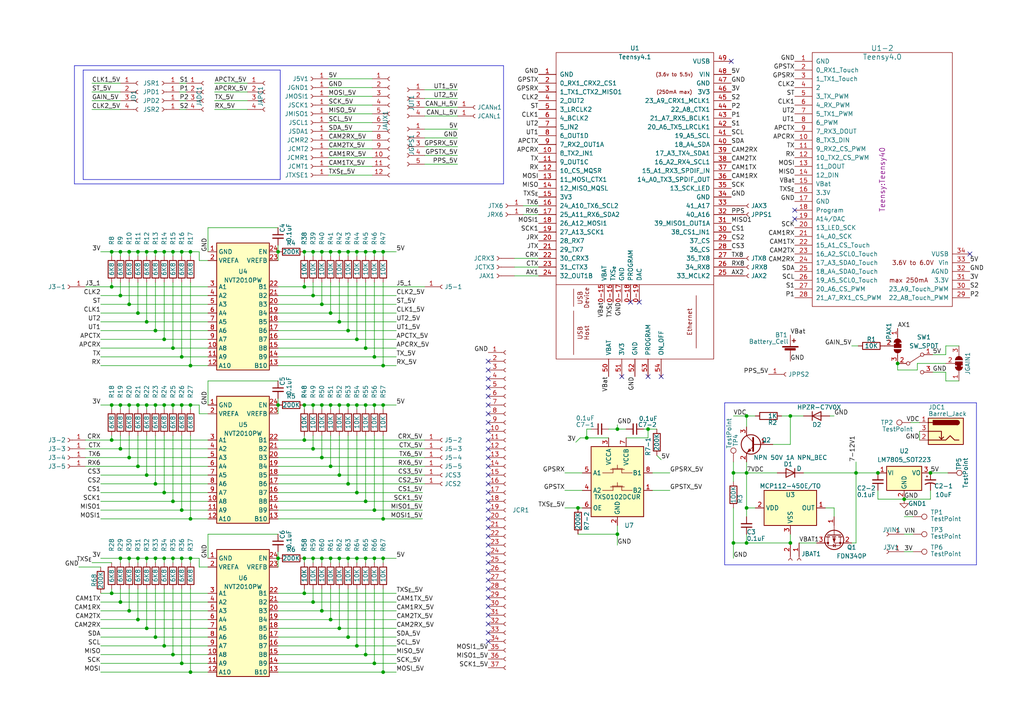
<source format=kicad_sch>
(kicad_sch (version 20230121) (generator eeschema)
  (paper "A4")
  (junction (at 108.585 117.475))
  (junction (at 55.245 106.045))
  (junction (at 42.545 73.025))
  (junction (at 45.085 161.925))
  (junction (at 52.705 192.405))
  (junction (at 95.885 161.925))
  (junction (at 45.085 117.475))
  (junction (at 50.165 100.965))
  (junction (at 34.925 85.725))
  (junction (at 55.245 194.945))
  (junction (at 81.915 -24.765))
  (junction (at 88.265 161.925))
  (junction (at 98.425 73.025))
  (junction (at 106.045 161.925))
  (junction (at 111.125 106.045))
  (junction (at 50.165 161.925))
  (junction (at 50.165 117.475))
  (junction (at 98.425 161.925))
  (junction (at 88.265 127.635))
  (junction (at 47.625 73.025))
  (junction (at 90.805 73.025))
  (junction (at 90.805 174.625))
  (junction (at 167.64 147.32))
  (junction (at 37.465 177.165))
  (junction (at 111.125 150.495))
  (junction (at 32.385 73.025))
  (junction (at 34.925 161.925))
  (junction (at 106.045 117.475))
  (junction (at 52.705 73.025))
  (junction (at 216.535 157.48))
  (junction (at 88.265 117.475))
  (junction (at 100.965 117.475))
  (junction (at 88.265 172.085))
  (junction (at 106.045 189.865))
  (junction (at 103.505 187.325))
  (junction (at 111.125 194.945))
  (junction (at 58.42 -29.21))
  (junction (at 103.505 161.925))
  (junction (at 52.705 117.475))
  (junction (at 98.425 182.245))
  (junction (at 50.165 189.865))
  (junction (at 90.805 161.925))
  (junction (at 80.645 117.475))
  (junction (at 34.925 73.025))
  (junction (at 40.005 179.705))
  (junction (at 32.385 83.185))
  (junction (at 229.235 157.48))
  (junction (at 47.625 161.925))
  (junction (at 100.965 140.335))
  (junction (at 90.805 130.175))
  (junction (at 179.07 124.46))
  (junction (at 103.505 117.475))
  (junction (at 42.545 117.475))
  (junction (at 58.42 -31.75))
  (junction (at 45.085 184.785))
  (junction (at 212.725 157.48))
  (junction (at 95.885 117.475))
  (junction (at 47.625 98.425))
  (junction (at 52.705 103.505))
  (junction (at 100.965 161.925))
  (junction (at 71.12 -29.21))
  (junction (at 187.96 124.46))
  (junction (at 170.18 127))
  (junction (at 95.885 90.805))
  (junction (at 98.425 117.475))
  (junction (at 37.465 88.265))
  (junction (at 229.235 120.65))
  (junction (at 52.705 147.955))
  (junction (at 95.885 73.025))
  (junction (at 179.07 154.94))
  (junction (at 98.425 137.795))
  (junction (at 108.585 161.925))
  (junction (at 32.385 117.475))
  (junction (at 47.625 117.475))
  (junction (at 47.625 142.875))
  (junction (at 98.425 93.345))
  (junction (at 37.465 73.025))
  (junction (at 254.635 137.16))
  (junction (at 42.545 161.925))
  (junction (at 32.385 172.085))
  (junction (at 32.385 127.635))
  (junction (at 260.35 105.41))
  (junction (at 111.125 161.925))
  (junction (at 40.005 73.025))
  (junction (at 100.965 73.025))
  (junction (at 80.645 73.025))
  (junction (at 248.285 137.16))
  (junction (at 103.505 73.025))
  (junction (at 212.725 137.16))
  (junction (at 111.125 73.025))
  (junction (at 93.345 73.025))
  (junction (at 90.805 85.725))
  (junction (at 40.005 161.925))
  (junction (at 45.085 95.885))
  (junction (at 82.55 -31.115))
  (junction (at 93.345 177.165))
  (junction (at 106.045 145.415))
  (junction (at 106.045 73.025))
  (junction (at 90.805 117.475))
  (junction (at 50.165 73.025))
  (junction (at 262.255 144.78))
  (junction (at 40.005 90.805))
  (junction (at 52.705 161.925))
  (junction (at 58.42 -34.29))
  (junction (at 37.465 117.475))
  (junction (at 95.885 135.255))
  (junction (at 108.585 73.025))
  (junction (at 71.12 -26.67))
  (junction (at 37.465 161.925))
  (junction (at 50.165 145.415))
  (junction (at 103.505 142.875))
  (junction (at 93.345 88.265))
  (junction (at 55.245 73.025))
  (junction (at 100.965 184.785))
  (junction (at 93.345 132.715))
  (junction (at 45.085 73.025))
  (junction (at 88.265 73.025))
  (junction (at 111.125 117.475))
  (junction (at 88.265 83.185))
  (junction (at 40.005 117.475))
  (junction (at 58.42 -26.67))
  (junction (at 71.12 -31.75))
  (junction (at 216.535 120.65))
  (junction (at 55.245 150.495))
  (junction (at 34.925 174.625))
  (junction (at 71.12 -34.29))
  (junction (at 103.505 98.425))
  (junction (at 45.085 140.335))
  (junction (at 40.005 135.255))
  (junction (at 216.535 147.32))
  (junction (at 100.965 95.885))
  (junction (at 47.625 187.325))
  (junction (at 34.925 117.475))
  (junction (at 55.245 161.925))
  (junction (at 108.585 192.405))
  (junction (at 42.545 137.795))
  (junction (at 42.545 93.345))
  (junction (at 34.925 130.175))
  (junction (at 108.585 103.505))
  (junction (at 93.345 161.925))
  (junction (at 216.535 137.16))
  (junction (at 269.875 137.16))
  (junction (at 108.585 147.955))
  (junction (at 42.545 182.245))
  (junction (at 106.045 100.965))
  (junction (at 93.345 117.475))
  (junction (at 95.885 179.705))
  (junction (at 37.465 132.715))
  (junction (at 55.245 117.475))
  (junction (at 80.645 161.925))
  (no_connect (at 230.505 63.5))
  (no_connect (at 141.605 127.635))
  (no_connect (at 141.605 112.395))
  (no_connect (at 141.605 104.775))
  (no_connect (at 141.605 107.315))
  (no_connect (at 141.605 109.855))
  (no_connect (at 141.605 137.795))
  (no_connect (at 141.605 130.175))
  (no_connect (at 230.505 60.96))
  (no_connect (at 141.605 114.935))
  (no_connect (at 281.305 73.66))
  (no_connect (at 141.605 158.115))
  (no_connect (at 141.605 165.735))
  (no_connect (at 141.605 145.415))
  (no_connect (at 141.605 122.555))
  (no_connect (at 141.605 135.255))
  (no_connect (at 212.09 17.78))
  (no_connect (at 141.605 183.515))
  (no_connect (at 191.77 109.22))
  (no_connect (at 141.605 150.495))
  (no_connect (at 141.605 142.875))
  (no_connect (at 141.605 120.015))
  (no_connect (at 141.605 175.895))
  (no_connect (at 141.605 153.035))
  (no_connect (at 141.605 125.095))
  (no_connect (at 141.605 186.055))
  (no_connect (at 141.605 178.435))
  (no_connect (at 141.605 163.195))
  (no_connect (at 141.605 117.475))
  (no_connect (at 141.605 170.815))
  (no_connect (at 141.605 140.335))
  (no_connect (at 141.605 180.975))
  (no_connect (at 180.34 109.22))
  (no_connect (at 141.605 160.655))
  (no_connect (at 141.605 168.275))
  (no_connect (at 141.605 155.575))
  (no_connect (at 185.42 87.63))
  (no_connect (at 182.88 87.63))
  (no_connect (at 141.605 147.955))
  (no_connect (at 141.605 132.715))
  (no_connect (at 141.605 173.355))
  (no_connect (at 187.96 109.22))
  (wire (pts (xy 88.265 73.025) (xy 88.265 74.295)))
  (wire (pts (xy 37.465 117.475) (xy 40.005 117.475)))
  (wire (pts (xy 29.21 187.325) (xy 47.625 187.325)))
  (wire (pts (xy 88.265 83.185) (xy 123.19 83.185)))
  (wire (pts (xy 103.505 117.475) (xy 103.505 118.745)))
  (wire (pts (xy 24.765 127.635) (xy 32.385 127.635)))
  (wire (pts (xy 29.21 194.945) (xy 55.245 194.945)))
  (wire (pts (xy 80.645 100.965) (xy 106.045 100.965)))
  (wire (pts (xy 52.705 147.955) (xy 60.325 147.955)))
  (wire (pts (xy 57.15 -33.655) (xy 58.42 -31.75)))
  (wire (pts (xy 90.805 130.175) (xy 123.19 130.175)))
  (wire (pts (xy 45.085 117.475) (xy 45.085 118.745)))
  (wire (pts (xy 88.265 117.475) (xy 90.805 117.475)))
  (wire (pts (xy 55.245 161.925) (xy 55.245 163.195)))
  (wire (pts (xy 34.925 161.925) (xy 37.465 161.925)))
  (wire (pts (xy 194.31 137.16) (xy 189.23 137.16)))
  (wire (pts (xy 163.83 147.32) (xy 167.64 147.32)))
  (wire (pts (xy 83.82 -20.32) (xy 82.55 -20.32)))
  (wire (pts (xy 132.715 28.575) (xy 123.19 28.575)))
  (wire (pts (xy 149.225 77.47) (xy 156.21 77.47)))
  (wire (pts (xy 52.705 73.025) (xy 52.705 74.295)))
  (wire (pts (xy 100.965 184.785) (xy 80.645 184.785)))
  (wire (pts (xy 100.965 73.025) (xy 100.965 74.295)))
  (wire (pts (xy 216.535 137.16) (xy 225.425 137.16)))
  (wire (pts (xy 55.245 150.495) (xy 60.325 150.495)))
  (wire (pts (xy 108.585 170.815) (xy 108.585 192.405)))
  (wire (pts (xy 114.935 184.785) (xy 100.965 184.785)))
  (wire (pts (xy 80.645 147.955) (xy 108.585 147.955)))
  (wire (pts (xy 111.125 194.945) (xy 80.645 194.945)))
  (wire (pts (xy 114.935 187.325) (xy 103.505 187.325)))
  (wire (pts (xy 47.625 98.425) (xy 60.325 98.425)))
  (wire (pts (xy 80.645 90.805) (xy 95.885 90.805)))
  (wire (pts (xy 90.805 73.025) (xy 90.805 74.295)))
  (wire (pts (xy 163.83 142.24) (xy 168.91 142.24)))
  (wire (pts (xy 114.935 179.705) (xy 95.885 179.705)))
  (wire (pts (xy 29.21 189.865) (xy 50.165 189.865)))
  (wire (pts (xy 114.935 192.405) (xy 108.585 192.405)))
  (wire (pts (xy 80.645 106.045) (xy 111.125 106.045)))
  (wire (pts (xy 55.245 126.365) (xy 55.245 150.495)))
  (wire (pts (xy 98.425 73.025) (xy 95.885 73.025)))
  (wire (pts (xy 45.085 117.475) (xy 47.625 117.475)))
  (wire (pts (xy 40.005 73.025) (xy 42.545 73.025)))
  (polyline (pts (xy 210.185 116.84) (xy 210.185 163.83)))
  (wire (pts (xy 100.965 140.335) (xy 123.19 140.335)))
  (wire (pts (xy 229.235 120.65) (xy 233.045 120.65)))
  (wire (pts (xy 47.625 73.025) (xy 50.165 73.025)))
  (wire (pts (xy 100.965 117.475) (xy 103.505 117.475)))
  (wire (pts (xy 40.005 90.805) (xy 60.325 90.805)))
  (wire (pts (xy 93.345 73.025) (xy 90.805 73.025)))
  (wire (pts (xy 212.725 157.48) (xy 216.535 157.48)))
  (wire (pts (xy 45.085 81.915) (xy 45.085 95.885)))
  (wire (pts (xy 274.32 110.49) (xy 278.13 110.49)))
  (wire (pts (xy 29.21 164.465) (xy 22.86 164.465)))
  (wire (pts (xy 106.045 126.365) (xy 106.045 145.415)))
  (wire (pts (xy 114.935 95.885) (xy 100.965 95.885)))
  (wire (pts (xy 95.25 30.48) (xy 107.95 30.48)))
  (wire (pts (xy 36.195 -24.765) (xy 49.53 -24.765)))
  (wire (pts (xy 95.25 22.86) (xy 107.95 22.86)))
  (wire (pts (xy 226.695 120.65) (xy 229.235 120.65)))
  (wire (pts (xy 111.125 117.475) (xy 111.125 118.745)))
  (wire (pts (xy 216.535 147.32) (xy 219.075 147.32)))
  (wire (pts (xy 32.385 172.085) (xy 60.325 172.085)))
  (wire (pts (xy 72.39 -31.115) (xy 71.12 -29.21)))
  (wire (pts (xy 212.725 120.65) (xy 216.535 120.65)))
  (wire (pts (xy 45.085 73.025) (xy 47.625 73.025)))
  (wire (pts (xy 132.715 45.085) (xy 123.19 45.085)))
  (wire (pts (xy 108.585 73.025) (xy 108.585 74.295)))
  (wire (pts (xy 40.005 81.915) (xy 40.005 90.805)))
  (wire (pts (xy 29.21 174.625) (xy 34.925 174.625)))
  (wire (pts (xy 37.465 88.265) (xy 60.325 88.265)))
  (wire (pts (xy 52.705 161.925) (xy 52.705 163.195)))
  (wire (pts (xy 241.935 147.32) (xy 241.935 149.86)))
  (wire (pts (xy 49.53 -36.83) (xy 36.195 -36.83)))
  (wire (pts (xy 270.51 102.87) (xy 274.32 102.87)))
  (polyline (pts (xy 21.59 19.05) (xy 21.59 53.34)))
  (wire (pts (xy 167.64 147.32) (xy 168.91 147.32)))
  (wire (pts (xy 88.265 170.815) (xy 88.265 172.085)))
  (wire (pts (xy 37.465 161.925) (xy 40.005 161.925)))
  (wire (pts (xy 93.345 170.815) (xy 93.345 177.165)))
  (wire (pts (xy 80.645 140.335) (xy 100.965 140.335)))
  (wire (pts (xy 95.25 43.18) (xy 107.95 43.18)))
  (wire (pts (xy 55.245 106.045) (xy 60.325 106.045)))
  (wire (pts (xy 114.935 85.725) (xy 90.805 85.725)))
  (wire (pts (xy 88.265 127.635) (xy 123.19 127.635)))
  (wire (pts (xy 100.965 170.815) (xy 100.965 184.785)))
  (wire (pts (xy 216.535 137.16) (xy 216.535 147.32)))
  (wire (pts (xy 104.775 -36.83) (xy 102.235 -36.83)))
  (wire (pts (xy 47.625 142.875) (xy 60.325 142.875)))
  (wire (pts (xy 111.125 73.025) (xy 114.935 73.025)))
  (wire (pts (xy 52.705 117.475) (xy 55.245 117.475)))
  (wire (pts (xy 45.085 184.785) (xy 60.325 184.785)))
  (wire (pts (xy 26.67 29.21) (xy 34.925 29.21)))
  (wire (pts (xy 80.645 137.795) (xy 98.425 137.795)))
  (wire (pts (xy 81.915 -24.765) (xy 81.915 -17.78)))
  (wire (pts (xy 229.235 128.905) (xy 224.155 128.905)))
  (wire (pts (xy 50.165 161.925) (xy 52.705 161.925)))
  (wire (pts (xy 55.245 170.815) (xy 55.245 194.945)))
  (wire (pts (xy 50.165 126.365) (xy 50.165 145.415)))
  (wire (pts (xy 37.465 73.025) (xy 37.465 74.295)))
  (polyline (pts (xy 146.05 53.34) (xy 146.05 19.05)))
  (wire (pts (xy 80.645 95.885) (xy 100.965 95.885)))
  (wire (pts (xy 32.385 127.635) (xy 60.325 127.635)))
  (wire (pts (xy 45.085 161.925) (xy 45.085 163.195)))
  (wire (pts (xy 45.085 95.885) (xy 60.325 95.885)))
  (wire (pts (xy 98.425 117.475) (xy 100.965 117.475)))
  (wire (pts (xy 62.23 24.13) (xy 71.755 24.13)))
  (wire (pts (xy 216.535 154.94) (xy 216.535 157.48)))
  (wire (pts (xy 212.725 147.32) (xy 212.725 157.48)))
  (wire (pts (xy 108.585 81.915) (xy 108.585 103.505)))
  (wire (pts (xy 248.285 133.985) (xy 248.285 137.16)))
  (wire (pts (xy 266.065 105.41) (xy 266.065 107.315)))
  (wire (pts (xy 80.645 132.715) (xy 93.345 132.715)))
  (wire (pts (xy 274.32 100.33) (xy 278.13 100.33)))
  (wire (pts (xy 45.085 140.335) (xy 60.325 140.335)))
  (wire (pts (xy 106.045 170.815) (xy 106.045 189.865)))
  (wire (pts (xy 57.15 -33.655) (xy 52.705 -33.655)))
  (wire (pts (xy 103.505 142.875) (xy 122.555 142.875)))
  (wire (pts (xy 216.535 120.65) (xy 219.075 120.65)))
  (wire (pts (xy 80.645 154.94) (xy 60.325 154.94)))
  (wire (pts (xy 262.255 149.86) (xy 264.795 149.86)))
  (wire (pts (xy 260.35 107.315) (xy 260.35 105.41)))
  (wire (pts (xy 37.465 126.365) (xy 37.465 132.715)))
  (wire (pts (xy 98.425 182.245) (xy 80.645 182.245)))
  (wire (pts (xy 29.21 88.265) (xy 37.465 88.265)))
  (wire (pts (xy 90.805 161.925) (xy 90.805 163.195)))
  (wire (pts (xy 108.585 161.925) (xy 108.585 163.195)))
  (polyline (pts (xy 81.28 52.07) (xy 81.28 20.32)))
  (wire (pts (xy 114.935 100.965) (xy 106.045 100.965)))
  (wire (pts (xy 52.07 24.13) (xy 53.975 24.13)))
  (wire (pts (xy 106.045 161.925) (xy 106.045 163.195)))
  (wire (pts (xy 80.645 85.725) (xy 90.805 85.725)))
  (wire (pts (xy 29.21 117.475) (xy 32.385 117.475)))
  (wire (pts (xy 80.645 145.415) (xy 106.045 145.415)))
  (wire (pts (xy 34.925 85.725) (xy 60.325 85.725)))
  (wire (pts (xy 191.77 133.35) (xy 190.5 132.08)))
  (wire (pts (xy 94.615 -36.83) (xy 71.12 -36.83)))
  (wire (pts (xy 42.545 81.915) (xy 42.545 93.345)))
  (wire (pts (xy 88.265 161.925) (xy 88.265 163.195)))
  (wire (pts (xy 114.935 106.045) (xy 111.125 106.045)))
  (wire (pts (xy 103.505 161.925) (xy 106.045 161.925)))
  (wire (pts (xy 269.875 137.16) (xy 274.955 137.16)))
  (wire (pts (xy 80.645 103.505) (xy 108.585 103.505)))
  (wire (pts (xy 114.935 93.345) (xy 98.425 93.345)))
  (wire (pts (xy 29.21 150.495) (xy 55.245 150.495)))
  (wire (pts (xy 55.245 81.915) (xy 55.245 106.045)))
  (wire (pts (xy 93.345 126.365) (xy 93.345 132.715)))
  (wire (pts (xy 29.21 184.785) (xy 45.085 184.785)))
  (wire (pts (xy 114.935 174.625) (xy 90.805 174.625)))
  (wire (pts (xy 179.07 152.4) (xy 179.07 154.94)))
  (wire (pts (xy 40.005 117.475) (xy 40.005 118.745)))
  (wire (pts (xy 103.505 117.475) (xy 106.045 117.475)))
  (wire (pts (xy 114.935 88.265) (xy 93.345 88.265)))
  (wire (pts (xy 266.7 125.095) (xy 266.7 127.635)))
  (wire (pts (xy 34.925 130.175) (xy 60.325 130.175)))
  (wire (pts (xy 32.385 83.185) (xy 60.325 83.185)))
  (wire (pts (xy 55.245 73.025) (xy 55.245 74.295)))
  (wire (pts (xy 50.165 73.025) (xy 52.705 73.025)))
  (wire (pts (xy 32.385 74.295) (xy 32.385 73.025)))
  (wire (pts (xy 111.125 126.365) (xy 111.125 150.495)))
  (wire (pts (xy 42.545 73.025) (xy 45.085 73.025)))
  (wire (pts (xy 40.005 179.705) (xy 60.325 179.705)))
  (wire (pts (xy 212.725 157.48) (xy 212.725 161.925)))
  (wire (pts (xy 248.285 137.16) (xy 248.285 157.48)))
  (wire (pts (xy 90.805 73.025) (xy 88.265 73.025)))
  (wire (pts (xy 29.21 95.885) (xy 45.085 95.885)))
  (wire (pts (xy 179.07 123.19) (xy 179.07 124.46)))
  (wire (pts (xy 108.585 192.405) (xy 80.645 192.405)))
  (wire (pts (xy 95.885 170.815) (xy 95.885 179.705)))
  (wire (pts (xy 37.465 81.915) (xy 37.465 88.265)))
  (wire (pts (xy 34.925 170.815) (xy 34.925 174.625)))
  (wire (pts (xy 132.715 40.005) (xy 123.19 40.005)))
  (wire (pts (xy 57.785 117.475) (xy 57.785 120.015)))
  (wire (pts (xy 55.245 73.025) (xy 57.785 73.025)))
  (wire (pts (xy 40.005 161.925) (xy 40.005 163.195)))
  (wire (pts (xy 269.875 142.24) (xy 269.875 144.78)))
  (wire (pts (xy 72.39 -33.655) (xy 71.12 -31.75)))
  (wire (pts (xy 24.765 130.175) (xy 34.925 130.175)))
  (wire (pts (xy 29.21 93.345) (xy 42.545 93.345)))
  (wire (pts (xy 216.535 133.985) (xy 216.535 137.16)))
  (wire (pts (xy 45.085 -31.115) (xy 36.195 -31.115)))
  (wire (pts (xy 168.275 127) (xy 167.005 128.27)))
  (wire (pts (xy 254.635 144.78) (xy 262.255 144.78)))
  (wire (pts (xy 42.545 117.475) (xy 42.545 118.745)))
  (wire (pts (xy 57.785 120.015) (xy 60.325 120.015)))
  (wire (pts (xy 93.345 73.025) (xy 93.345 74.295)))
  (wire (pts (xy 106.045 73.025) (xy 103.505 73.025)))
  (wire (pts (xy 47.625 187.325) (xy 60.325 187.325)))
  (wire (pts (xy 98.425 161.925) (xy 98.425 163.195)))
  (wire (pts (xy 29.21 90.805) (xy 40.005 90.805)))
  (wire (pts (xy 42.545 93.345) (xy 60.325 93.345)))
  (wire (pts (xy 103.505 73.025) (xy 103.505 74.295)))
  (wire (pts (xy 29.21 137.795) (xy 42.545 137.795)))
  (wire (pts (xy 80.645 71.12) (xy 80.645 73.025)))
  (wire (pts (xy 29.21 145.415) (xy 50.165 145.415)))
  (wire (pts (xy 181.61 127) (xy 187.96 127)))
  (wire (pts (xy 229.235 120.65) (xy 229.235 128.905)))
  (wire (pts (xy 52.705 161.925) (xy 55.245 161.925)))
  (wire (pts (xy 236.855 157.48) (xy 231.775 157.48)))
  (wire (pts (xy 71.12 -36.83) (xy 71.12 -34.29)))
  (wire (pts (xy 50.165 81.915) (xy 50.165 100.965)))
  (wire (pts (xy 108.585 161.925) (xy 111.125 161.925)))
  (wire (pts (xy 98.425 126.365) (xy 98.425 137.795)))
  (wire (pts (xy 42.545 182.245) (xy 60.325 182.245)))
  (wire (pts (xy 264.795 154.94) (xy 262.255 154.94)))
  (wire (pts (xy 95.885 117.475) (xy 98.425 117.475)))
  (wire (pts (xy 62.23 29.21) (xy 71.755 29.21)))
  (wire (pts (xy 106.68 -31.115) (xy 107.95 -31.115)))
  (wire (pts (xy 274.32 105.41) (xy 266.065 105.41)))
  (wire (pts (xy 90.805 117.475) (xy 93.345 117.475)))
  (wire (pts (xy 247.015 100.33) (xy 248.92 100.33)))
  (wire (pts (xy 111.125 117.475) (xy 114.935 117.475)))
  (wire (pts (xy 29.21 179.705) (xy 40.005 179.705)))
  (wire (pts (xy 100.965 161.925) (xy 100.965 163.195)))
  (wire (pts (xy 80.645 172.085) (xy 88.265 172.085)))
  (wire (pts (xy 106.045 117.475) (xy 106.045 118.745)))
  (wire (pts (xy 95.25 35.56) (xy 107.95 35.56)))
  (wire (pts (xy 50.165 189.865) (xy 60.325 189.865)))
  (wire (pts (xy 29.21 103.505) (xy 52.705 103.505)))
  (wire (pts (xy 111.125 73.025) (xy 111.125 74.295)))
  (wire (pts (xy 100.965 81.915) (xy 100.965 95.885)))
  (wire (pts (xy 52.705 170.815) (xy 52.705 192.405)))
  (wire (pts (xy 216.535 157.48) (xy 229.235 157.48)))
  (wire (pts (xy 170.18 124.46) (xy 170.18 127)))
  (wire (pts (xy 108.585 117.475) (xy 111.125 117.475)))
  (wire (pts (xy 80.645 115.57) (xy 80.645 117.475)))
  (wire (pts (xy 42.545 161.925) (xy 42.545 163.195)))
  (wire (pts (xy 32.385 73.025) (xy 34.925 73.025)))
  (wire (pts (xy 95.885 135.255) (xy 123.19 135.255)))
  (wire (pts (xy 40.005 161.925) (xy 42.545 161.925)))
  (wire (pts (xy 60.325 66.04) (xy 60.325 73.025)))
  (wire (pts (xy 50.165 161.925) (xy 50.165 163.195)))
  (wire (pts (xy 151.765 59.69) (xy 156.21 59.69)))
  (wire (pts (xy 80.645 142.875) (xy 103.505 142.875)))
  (wire (pts (xy 57.785 164.465) (xy 57.785 161.925)))
  (wire (pts (xy 26.67 163.195) (xy 32.385 163.195)))
  (wire (pts (xy 103.505 187.325) (xy 80.645 187.325)))
  (wire (pts (xy 103.505 161.925) (xy 103.505 163.195)))
  (wire (pts (xy 90.805 161.925) (xy 93.345 161.925)))
  (wire (pts (xy 108.585 117.475) (xy 108.585 118.745)))
  (wire (pts (xy 29.21 73.025) (xy 32.385 73.025)))
  (wire (pts (xy 71.12 -24.765) (xy 81.915 -24.765)))
  (wire (pts (xy 62.23 26.67) (xy 71.755 26.67)))
  (wire (pts (xy 50.165 117.475) (xy 52.705 117.475)))
  (wire (pts (xy 151.765 62.23) (xy 156.21 62.23)))
  (wire (pts (xy 111.125 163.195) (xy 111.125 161.925)))
  (wire (pts (xy 98.425 137.795) (xy 123.19 137.795)))
  (wire (pts (xy 72.39 -31.115) (xy 82.55 -31.115)))
  (wire (pts (xy 34.925 161.925) (xy 34.925 163.195)))
  (wire (pts (xy 72.39 -33.655) (xy 99.06 -33.655)))
  (wire (pts (xy 29.21 140.335) (xy 45.085 140.335)))
  (wire (pts (xy 37.465 117.475) (xy 37.465 118.745)))
  (wire (pts (xy 212.725 133.985) (xy 212.725 137.16)))
  (wire (pts (xy 58.42 -26.67) (xy 57.15 -24.765)))
  (wire (pts (xy 34.925 73.025) (xy 37.465 73.025)))
  (wire (pts (xy 52.07 26.67) (xy 53.975 26.67)))
  (wire (pts (xy 93.345 117.475) (xy 93.345 118.745)))
  (wire (pts (xy 212.725 137.16) (xy 216.535 137.16)))
  (wire (pts (xy 42.545 137.795) (xy 60.325 137.795)))
  (wire (pts (xy 93.345 132.715) (xy 123.19 132.715)))
  (wire (pts (xy 60.325 164.465) (xy 57.785 164.465)))
  (wire (pts (xy 95.25 27.94) (xy 107.95 27.94)))
  (wire (pts (xy 80.645 83.185) (xy 88.265 83.185)))
  (wire (pts (xy 95.885 126.365) (xy 95.885 135.255)))
  (wire (pts (xy 40.005 126.365) (xy 40.005 135.255)))
  (wire (pts (xy 29.21 100.965) (xy 50.165 100.965)))
  (wire (pts (xy 269.875 144.78) (xy 262.255 144.78)))
  (wire (pts (xy 216.535 147.32) (xy 216.535 149.86)))
  (wire (pts (xy 55.245 161.925) (xy 57.785 161.925)))
  (wire (pts (xy 45.085 170.815) (xy 45.085 184.785)))
  (wire (pts (xy 50.165 117.475) (xy 50.165 118.745)))
  (polyline (pts (xy 81.28 20.32) (xy 24.13 20.32)))
  (wire (pts (xy 71.12 -26.67) (xy 71.12 -24.765)))
  (wire (pts (xy 32.385 118.745) (xy 32.385 117.475)))
  (wire (pts (xy 26.67 31.75) (xy 34.925 31.75)))
  (wire (pts (xy 57.15 -31.115) (xy 58.42 -29.21)))
  (wire (pts (xy 34.925 117.475) (xy 37.465 117.475)))
  (wire (pts (xy 88.265 117.475) (xy 88.265 118.745)))
  (wire (pts (xy 95.25 50.8) (xy 107.95 50.8)))
  (wire (pts (xy 52.705 81.915) (xy 52.705 103.505)))
  (wire (pts (xy 114.935 194.945) (xy 111.125 194.945)))
  (wire (pts (xy 274.32 107.95) (xy 274.32 110.49)))
  (wire (pts (xy 132.715 31.115) (xy 123.19 31.115)))
  (wire (pts (xy 80.645 93.345) (xy 98.425 93.345)))
  (wire (pts (xy 80.645 73.025) (xy 80.645 75.565)))
  (wire (pts (xy 24.765 132.715) (xy 37.465 132.715)))
  (wire (pts (xy 100.965 73.025) (xy 98.425 73.025)))
  (wire (pts (xy 50.165 145.415) (xy 60.325 145.415)))
  (wire (pts (xy 95.25 38.1) (xy 107.95 38.1)))
  (wire (pts (xy 262.255 160.02) (xy 264.795 160.02)))
  (wire (pts (xy 57.785 73.025) (xy 57.785 75.565)))
  (wire (pts (xy 40.005 117.475) (xy 42.545 117.475)))
  (wire (pts (xy 104.775 -24.765) (xy 102.235 -24.765)))
  (wire (pts (xy 187.96 124.46) (xy 190.5 124.46)))
  (wire (pts (xy 95.885 117.475) (xy 95.885 118.745)))
  (wire (pts (xy 57.785 117.475) (xy 55.245 117.475)))
  (wire (pts (xy 93.345 177.165) (xy 80.645 177.165)))
  (wire (pts (xy 80.645 98.425) (xy 103.505 98.425)))
  (wire (pts (xy 98.425 170.815) (xy 98.425 182.245)))
  (wire (pts (xy 106.68 -33.655) (xy 107.95 -33.655)))
  (wire (pts (xy 239.395 147.32) (xy 241.935 147.32)))
  (wire (pts (xy 93.345 81.915) (xy 93.345 88.265)))
  (wire (pts (xy 32.385 117.475) (xy 34.925 117.475)))
  (wire (pts (xy 29.21 177.165) (xy 37.465 177.165)))
  (wire (pts (xy 98.425 117.475) (xy 98.425 118.745)))
  (wire (pts (xy 132.715 26.035) (xy 123.19 26.035)))
  (wire (pts (xy 254.635 142.24) (xy 254.635 144.78)))
  (wire (pts (xy 80.645 161.925) (xy 80.645 164.465)))
  (wire (pts (xy 52.705 -31.115) (xy 57.15 -31.115)))
  (wire (pts (xy 26.67 26.67) (xy 34.925 26.67)))
  (wire (pts (xy 132.715 42.545) (xy 123.19 42.545)))
  (wire (pts (xy 40.005 135.255) (xy 60.325 135.255)))
  (wire (pts (xy 90.805 170.815) (xy 90.805 174.625)))
  (wire (pts (xy 114.935 98.425) (xy 103.505 98.425)))
  (wire (pts (xy 108.585 73.025) (xy 106.045 73.025)))
  (wire (pts (xy 103.505 126.365) (xy 103.505 142.875)))
  (wire (pts (xy 29.21 98.425) (xy 47.625 98.425)))
  (wire (pts (xy 132.715 37.465) (xy 123.19 37.465)))
  (wire (pts (xy 47.625 170.815) (xy 47.625 187.325)))
  (wire (pts (xy 29.21 172.085) (xy 32.385 172.085)))
  (wire (pts (xy 45.085 126.365) (xy 45.085 140.335)))
  (wire (pts (xy 88.265 161.925) (xy 90.805 161.925)))
  (wire (pts (xy 114.935 90.805) (xy 95.885 90.805)))
  (wire (pts (xy 34.925 117.475) (xy 34.925 118.745)))
  (wire (pts (xy 45.085 73.025) (xy 45.085 74.295)))
  (wire (pts (xy 171.45 124.46) (xy 170.18 124.46)))
  (wire (pts (xy 240.665 120.65) (xy 241.935 120.65)))
  (wire (pts (xy 179.07 124.46) (xy 181.61 124.46)))
  (wire (pts (xy 42.545 73.025) (xy 42.545 74.295)))
  (wire (pts (xy 95.885 73.025) (xy 95.885 74.295)))
  (wire (pts (xy 108.585 126.365) (xy 108.585 147.955)))
  (polyline (pts (xy 24.13 20.32) (xy 24.13 52.07)))
  (wire (pts (xy 270.51 107.95) (xy 274.32 107.95)))
  (wire (pts (xy 216.535 120.65) (xy 216.535 123.825)))
  (wire (pts (xy 32.385 126.365) (xy 32.385 127.635)))
  (wire (pts (xy 90.805 81.915) (xy 90.805 85.725)))
  (polyline (pts (xy 21.59 53.34) (xy 146.05 53.34)))
  (wire (pts (xy 106.045 81.915) (xy 106.045 100.965)))
  (wire (pts (xy 100.965 126.365) (xy 100.965 140.335)))
  (wire (pts (xy 194.31 142.24) (xy 189.23 142.24)))
  (wire (pts (xy 106.045 189.865) (xy 80.645 189.865)))
  (wire (pts (xy 187.96 124.46) (xy 187.96 127)))
  (wire (pts (xy 82.55 -31.115) (xy 82.55 -20.32)))
  (wire (pts (xy 50.165 73.025) (xy 50.165 74.295)))
  (wire (pts (xy 149.225 80.01) (xy 156.21 80.01)))
  (wire (pts (xy 114.935 103.505) (xy 108.585 103.505)))
  (wire (pts (xy 37.465 132.715) (xy 60.325 132.715)))
  (wire (pts (xy 229.235 154.94) (xy 229.235 157.48)))
  (wire (pts (xy 111.125 81.915) (xy 111.125 106.045)))
  (wire (pts (xy 95.25 33.02) (xy 107.95 33.02)))
  (wire (pts (xy 98.425 73.025) (xy 98.425 74.295)))
  (wire (pts (xy 95.885 161.925) (xy 98.425 161.925)))
  (wire (pts (xy 90.805 174.625) (xy 80.645 174.625)))
  (wire (pts (xy 42.545 117.475) (xy 45.085 117.475)))
  (wire (pts (xy 80.645 160.02) (xy 80.645 161.925)))
  (wire (pts (xy 47.625 126.365) (xy 47.625 142.875)))
  (wire (pts (xy 108.585 147.955) (xy 122.555 147.955)))
  (wire (pts (xy 106.045 73.025) (xy 106.045 74.295)))
  (wire (pts (xy 114.935 182.245) (xy 98.425 182.245)))
  (wire (pts (xy 233.045 137.16) (xy 248.285 137.16)))
  (wire (pts (xy 83.82 -17.78) (xy 81.915 -17.78)))
  (polyline (pts (xy 283.21 116.84) (xy 283.21 163.83)))
  (wire (pts (xy 98.425 81.915) (xy 98.425 93.345)))
  (wire (pts (xy 52.705 117.475) (xy 52.705 118.745)))
  (wire (pts (xy 37.465 73.025) (xy 40.005 73.025)))
  (wire (pts (xy 95.25 40.64) (xy 107.95 40.64)))
  (wire (pts (xy 80.645 150.495) (xy 111.125 150.495)))
  (wire (pts (xy 100.965 161.925) (xy 103.505 161.925)))
  (wire (pts (xy 42.545 126.365) (xy 42.545 137.795)))
  (wire (pts (xy 34.925 174.625) (xy 60.325 174.625)))
  (wire (pts (xy 42.545 170.815) (xy 42.545 182.245)))
  (wire (pts (xy 47.625 73.025) (xy 47.625 74.295)))
  (wire (pts (xy 29.21 161.925) (xy 34.925 161.925)))
  (wire (pts (xy 29.21 192.405) (xy 52.705 192.405)))
  (wire (pts (xy 88.265 81.915) (xy 88.265 83.185)))
  (wire (pts (xy 81.915 -24.765) (xy 94.615 -24.765)))
  (wire (pts (xy 88.265 172.085) (xy 114.935 172.085)))
  (polyline (pts (xy 210.185 116.84) (xy 283.21 116.84)))
  (wire (pts (xy 52.07 29.21) (xy 53.975 29.21)))
  (wire (pts (xy 103.505 73.025) (xy 100.965 73.025)))
  (wire (pts (xy 47.625 161.925) (xy 50.165 161.925)))
  (wire (pts (xy 37.465 177.165) (xy 60.325 177.165)))
  (wire (pts (xy 90.805 117.475) (xy 90.805 118.745)))
  (wire (pts (xy 170.18 127) (xy 176.53 127)))
  (wire (pts (xy 95.885 73.025) (xy 93.345 73.025)))
  (wire (pts (xy 266.065 107.315) (xy 260.35 107.315)))
  (wire (pts (xy 29.21 85.725) (xy 34.925 85.725)))
  (wire (pts (xy 88.265 126.365) (xy 88.265 127.635)))
  (wire (pts (xy 95.885 161.925) (xy 95.885 163.195)))
  (wire (pts (xy 111.125 170.815) (xy 111.125 194.945)))
  (wire (pts (xy 274.32 102.87) (xy 274.32 100.33)))
  (wire (pts (xy 29.21 106.045) (xy 55.245 106.045)))
  (wire (pts (xy 170.18 127) (xy 168.275 127)))
  (wire (pts (xy 95.885 179.705) (xy 80.645 179.705)))
  (wire (pts (xy 24.765 135.255) (xy 40.005 135.255)))
  (wire (pts (xy 82.55 -31.115) (xy 99.06 -31.115)))
  (wire (pts (xy 37.465 170.815) (xy 37.465 177.165)))
  (wire (pts (xy 32.385 81.915) (xy 32.385 83.185)))
  (wire (pts (xy 103.505 170.815) (xy 103.505 187.325)))
  (wire (pts (xy 45.085 161.925) (xy 47.625 161.925)))
  (wire (pts (xy 111.125 161.925) (xy 114.935 161.925)))
  (wire (pts (xy 95.25 48.26) (xy 107.95 48.26)))
  (wire (pts (xy 52.705 126.365) (xy 52.705 147.955)))
  (polyline (pts (xy 146.05 19.05) (xy 21.59 19.05)))
  (wire (pts (xy 111.125 150.495) (xy 122.555 150.495)))
  (wire (pts (xy 95.25 45.72) (xy 107.95 45.72)))
  (wire (pts (xy 80.645 110.49) (xy 60.325 110.49)))
  (polyline (pts (xy 24.13 52.07) (xy 81.28 52.07)))
  (wire (pts (xy 80.645 88.265) (xy 93.345 88.265)))
  (wire (pts (xy 248.285 137.16) (xy 254.635 137.16)))
  (wire (pts (xy 264.16 122.555) (xy 266.7 122.555)))
  (wire (pts (xy 248.285 157.48) (xy 247.015 157.48)))
  (wire (pts (xy 47.625 161.925) (xy 47.625 163.195)))
  (wire (pts (xy 90.805 126.365) (xy 90.805 130.175)))
  (wire (pts (xy 60.325 154.94) (xy 60.325 161.925)))
  (wire (pts (xy 52.705 103.505) (xy 60.325 103.505)))
  (wire (pts (xy 80.645 127.635) (xy 88.265 127.635)))
  (wire (pts (xy 114.935 189.865) (xy 106.045 189.865)))
  (wire (pts (xy 95.885 81.915) (xy 95.885 90.805)))
  (wire (pts (xy 163.83 137.16) (xy 168.91 137.16)))
  (wire (pts (xy 47.625 117.475) (xy 50.165 117.475)))
  (wire (pts (xy 80.645 130.175) (xy 90.805 130.175)))
  (wire (pts (xy 26.67 24.13) (xy 34.925 24.13)))
  (wire (pts (xy 52.705 192.405) (xy 60.325 192.405)))
  (wire (pts (xy 114.935 177.165) (xy 93.345 177.165)))
  (wire (pts (xy 34.925 73.025) (xy 34.925 74.295)))
  (wire (pts (xy 106.045 117.475) (xy 108.585 117.475)))
  (wire (pts (xy 52.07 31.75) (xy 53.975 31.75)))
  (wire (pts (xy 34.925 126.365) (xy 34.925 130.175)))
  (wire (pts (xy 176.53 124.46) (xy 179.07 124.46)))
  (wire (pts (xy 32.385 170.815) (xy 32.385 172.085)))
  (wire (pts (xy 132.715 47.625) (xy 123.19 47.625)))
  (wire (pts (xy 55.245 117.475) (xy 55.245 118.745)))
  (wire (pts (xy 24.765 83.185) (xy 32.385 83.185)))
  (wire (pts (xy 108.585 73.025) (xy 111.125 73.025)))
  (wire (pts (xy 40.005 170.815) (xy 40.005 179.705)))
  (polyline (pts (xy 283.21 163.83) (xy 210.185 163.83)))
  (wire (pts (xy 50.165 170.815) (xy 50.165 189.865)))
  (wire (pts (xy 29.21 147.955) (xy 52.705 147.955)))
  (wire (pts (xy 80.645 117.475) (xy 80.645 120.015)))
  (wire (pts (xy 106.045 145.415) (xy 122.555 145.415)))
  (wire (pts (xy 212.725 137.16) (xy 212.725 139.7)))
  (wire (pts (xy 60.325 110.49) (xy 60.325 117.475)))
  (wire (pts (xy 186.69 124.46) (xy 187.96 124.46)))
  (wire (pts (xy 55.245 194.945) (xy 60.325 194.945)))
  (wire (pts (xy 50.165 100.965) (xy 60.325 100.965)))
  (wire (pts (xy 95.25 25.4) (xy 107.95 25.4)))
  (wire (pts (xy 62.23 31.75) (xy 71.755 31.75)))
  (wire (pts (xy 93.345 161.925) (xy 95.885 161.925)))
  (wire (pts (xy 149.225 74.93) (xy 156.21 74.93)))
  (wire (pts (xy 34.925 81.915) (xy 34.925 85.725)))
  (wire (pts (xy 52.705 73.025) (xy 55.245 73.025)))
  (wire (pts (xy 80.645 135.255) (xy 95.885 135.255)))
  (wire (pts (xy 29.21 142.875) (xy 47.625 142.875)))
  (wire (pts (xy 179.07 154.94) (xy 179.07 158.115)))
  (wire (pts (xy 57.785 75.565) (xy 60.325 75.565)))
  (wire (pts (xy 37.465 161.925) (xy 37.465 163.195)))
  (wire (pts (xy 42.545 161.925) (xy 45.085 161.925)))
  (wire (pts (xy 93.345 117.475) (xy 95.885 117.475)))
  (wire (pts (xy 40.005 73.025) (xy 40.005 74.295)))
  (wire (pts (xy 98.425 161.925) (xy 100.965 161.925)))
  (wire (pts (xy 47.625 81.915) (xy 47.625 98.425)))
  (wire (pts (xy 167.64 154.94) (xy 179.07 154.94)))
  (wire (pts (xy 47.625 117.475) (xy 47.625 118.745)))
  (wire (pts (xy 45.085 -33.655) (xy 36.195 -33.655)))
  (wire (pts (xy 100.965 117.475) (xy 100.965 118.745)))
  (wire (pts (xy 103.505 81.915) (xy 103.505 98.425)))
  (wire (pts (xy 29.21 182.245) (xy 42.545 182.245)))
  (wire (pts (xy 93.345 161.925) (xy 93.345 163.195)))
  (wire (pts (xy 58.42 -34.29) (xy 57.15 -36.83)))
  (wire (pts (xy 106.045 161.925) (xy 108.585 161.925)))
  (wire (pts (xy 80.645 66.04) (xy 60.325 66.04)))
  (wire (pts (xy 132.715 33.655) (xy 123.19 33.655)))
  (label "UT2" (at 230.505 33.02 180))
  (label "S1" (at 52.07 24.13 0))
  (label "RX8" (at 212.09 77.47 0))
  (label "MISO1" (at 212.09 64.77 0))
  (label "SCL_5V" (at 95.25 35.56 0))
  (label "RX6_5V" (at 122.555 135.255 180))
  (label "S1" (at 212.09 36.83 0))
  (label "SCK1_5V" (at 36.195 -31.115 0))
  (label "GND" (at 262.255 149.86 0))
  (label "CAM2RX_5V" (at 95.25 40.64 0))
  (label "SCK" (at 230.505 66.04 180))
  (label "RX" (at 230.505 45.72 180))
  (label "GND" (at 132.715 40.005 180))
  (label "GND" (at 60.325 161.925 90))
  (label "CLK2" (at 230.505 25.4 180))
  (label "5V" (at 114.935 161.925 0))
  (label "GND" (at 95.25 25.4 0))
  (label "MOSI_5V" (at 95.25 27.94 0))
  (label "CLK1_5V" (at 26.67 24.13 0))
  (label "CLK2" (at 156.21 29.21 180))
  (label "UT2" (at 29.21 93.345 180))
  (label "GPSTX_5V" (at 194.31 142.24 0))
  (label "GPSRX" (at 230.505 22.86 180))
  (label "P1" (at 212.09 34.29 0))
  (label "RX6" (at 29.21 135.255 180))
  (label "MISO_5V" (at 114.935 189.865 0))
  (label "SCK1" (at 156.21 67.31 180))
  (label "APCTX_5V" (at 62.23 24.13 0))
  (label "SCK1" (at 29.21 145.415 180))
  (label "7VDC" (at 216.535 137.16 0))
  (label "VBAT1" (at 231.775 157.48 0))
  (label "APCTX" (at 230.505 38.1 180))
  (label "TX6" (at 29.21 132.715 180))
  (label "CAM2TX_5V" (at 95.25 43.18 0))
  (label "5V" (at 270.51 102.87 0))
  (label "SDA" (at 29.21 184.785 180))
  (label "5V" (at 269.875 137.16 0))
  (label "GND" (at 212.09 24.13 0))
  (label "UT2_5V" (at 132.715 28.575 180))
  (label "UT1" (at 29.21 95.885 180))
  (label "TXS_{E}_5V" (at 95.25 50.8 0))
  (label "RX" (at 156.21 49.53 180))
  (label "AX1" (at 156.21 80.01 180))
  (label "MISO1_5V" (at 36.195 -33.655 0))
  (label "UT1" (at 230.505 35.56 180))
  (label "TX_5V" (at 62.23 29.21 0))
  (label "J5_1" (at 114.935 83.185 0))
  (label "S1" (at 230.505 83.82 180))
  (label "GND" (at 230.505 58.42 180))
  (label "VBat" (at 230.505 53.34 180))
  (label "GPSTX" (at 156.21 24.13 180))
  (label "GND" (at 230.505 17.78 180))
  (label "AX2" (at 212.09 80.01 0))
  (label "VBat" (at 176.53 109.22 270))
  (label "5V" (at 281.305 76.2 0))
  (label "GND" (at 104.775 -24.765 180))
  (label "JRX" (at 107.95 -31.115 0))
  (label "SCK_5V" (at 114.935 192.405 0))
  (label "UT1_5V" (at 132.715 26.035 180))
  (label "MOSI" (at 230.505 48.26 180))
  (label "SCK" (at 212.09 54.61 0))
  (label "GAIN_5V" (at 26.67 29.21 0))
  (label "GND" (at 141.605 102.235 180))
  (label "S2" (at 212.09 29.21 0))
  (label "CAM2TX" (at 29.21 179.705 180))
  (label "VBat" (at 229.235 97.155 0))
  (label "CS1_5V" (at 36.195 -24.765 0))
  (label "SCL" (at 29.21 187.325 180))
  (label "TXS_{E}" (at 26.67 163.195 180))
  (label "3V" (at 29.21 117.475 180))
  (label "SDA_5V" (at 114.935 184.785 0))
  (label "3V" (at 167.005 128.27 180))
  (label "CAM1TX" (at 29.21 174.625 180))
  (label "CAM2RX_5V" (at 114.935 182.245 0))
  (label "CAM2RX" (at 230.505 76.2 180))
  (label "JTX" (at 107.95 -33.655 0))
  (label "J3_1" (at 29.21 83.185 180))
  (label "SCL_5V" (at 114.935 187.325 0))
  (label "CAM1TX_5V" (at 114.935 174.625 0))
  (label "GND" (at 229.235 104.775 0))
  (label "5V" (at 114.935 73.025 0))
  (label "CAM2TX" (at 212.09 46.99 0))
  (label "GND" (at 156.21 21.59 180))
  (label "PPS" (at 212.09 62.23 0))
  (label "MISO_5V" (at 95.25 33.02 0))
  (label "GND" (at 262.255 144.78 0))
  (label "TXS_{E}" (at 230.505 55.88 180))
  (label "UT1_5V" (at 114.935 95.885 0))
  (label "CS1" (at 29.21 142.875 180))
  (label "PPS_5V" (at 222.885 108.585 180))
  (label "CAN_H_5V" (at 132.715 31.115 180))
  (label "3V" (at 212.09 26.67 0))
  (label "CAM2RX" (at 29.21 182.245 180))
  (label "GND" (at 270.51 107.95 0))
  (label "TXS_{E}_5V" (at 114.935 172.085 0))
  (label "GND" (at 212.09 57.15 0))
  (label "RX" (at 29.21 106.045 180))
  (label "GND" (at 241.935 120.65 0))
  (label "CLK1" (at 156.21 34.29 180))
  (label "SCK_5V" (at 95.25 30.48 0))
  (label "CLK2_5V" (at 26.67 31.75 0))
  (label "TXS_{E}_5V" (at 163.83 147.32 180))
  (label "CLK1" (at 230.505 30.48 180))
  (label "TX" (at 230.505 43.18 180))
  (label "CRX" (at 29.21 127.635 180))
  (label "MISO1" (at 29.21 147.955 180))
  (label "APCRX" (at 230.505 40.64 180))
  (label "MISO" (at 29.21 189.865 180))
  (label "P2" (at 281.305 86.36 0))
  (label "S2" (at 52.07 31.75 0))
  (label "MOSI" (at 156.21 52.07 180))
  (label "MISO" (at 156.21 54.61 180))
  (label "APCRX" (at 29.21 100.965 180))
  (label "CAM1RX" (at 212.09 52.07 0))
  (label "GPSRX" (at 163.83 137.16 180))
  (label "CS2" (at 212.09 69.85 0))
  (label "VDC" (at 212.725 120.65 0))
  (label "CS3" (at 29.21 137.795 180))
  (label "UT2_5V" (at 114.935 93.345 0))
  (label "GAIN_5V" (at 247.015 100.33 180))
  (label "JRX" (at 156.21 69.85 180))
  (label "MOSI" (at 29.21 194.945 180))
  (label "GND" (at 179.07 123.19 0))
  (label "CAM1RX" (at 230.505 68.58 180))
  (label "CAM1RX_5V" (at 95.25 45.72 0))
  (label "SCK" (at 29.21 192.405 180))
  (label "GND" (at 179.07 158.115 0))
  (label "5V" (at 114.935 117.475 0))
  (label "P2" (at 212.09 31.75 0))
  (label "TX8" (at 212.09 74.93 0))
  (label "ST" (at 29.21 88.265 180))
  (label "APCTX" (at 29.21 98.425 180))
  (label "GND" (at 266.7 127.635 180))
  (label "APCRX" (at 156.21 44.45 180))
  (label "GND" (at 180.34 87.63 270))
  (label "CS2" (at 29.21 140.335 180))
  (label "MOSI1_5V" (at 141.605 188.595 180))
  (label "TX6" (at 156.21 59.69 180))
  (label "VBat" (at 175.26 87.63 270))
  (label "UT1" (at 156.21 39.37 180))
  (label "GND" (at 281.305 78.74 0))
  (label "RX_5V" (at 62.23 31.75 0))
  (label "ST" (at 230.505 27.94 180))
  (label "TX" (at 29.21 103.505 180))
  (label "CS1_5V" (at 122.555 142.875 180))
  (label "CAM1RX_5V" (at 114.935 177.165 0))
  (label "VIN" (at 262.255 154.94 0))
  (label "CAM2RX" (at 212.09 44.45 0))
  (label "SDA" (at 212.09 41.91 0))
  (label "P2" (at 52.07 29.21 0))
  (label "GND" (at 60.325 73.025 90))
  (label "APCRX_5V" (at 114.935 100.965 0))
  (label "CRX_5V" (at 122.555 127.635 180))
  (label "CTX" (at 156.21 77.47 180))
  (label "3V" (at 262.255 160.02 0))
  (label "SCK1_5V" (at 141.605 193.675 180))
  (label "MISO" (at 230.505 50.8 180))
  (label "GPSTX" (at 163.83 142.24 180))
  (label "5V" (at 132.715 37.465 180))
  (label "3V" (at 281.305 81.28 0))
  (label "SDA" (at 91.44 -20.32 0))
  (label "3V" (at 29.21 73.025 180))
  (label "CAM1RX" (at 29.21 177.165 180))
  (label "CLK1_5V" (at 114.935 90.805 0))
  (label "3V" (at 29.21 161.925 180))
  (label "GPSRX" (at 156.21 26.67 180))
  (label "CTX" (at 29.21 130.175 180))
  (label "GND" (at 60.325 117.475 90))
  (label "SCL" (at 91.44 -17.78 0))
  (label "S2" (at 281.305 83.82 0))
  (label "CLK1" (at 29.21 90.805 180))
  (label "GPSRX_5V" (at 132.715 42.545 180))
  (label "GND" (at 184.15 109.22 270))
  (label "JTX" (at 156.21 72.39 180))
  (label "GND" (at 22.86 164.465 180))
  (label "7-12V1" (at 248.285 133.985 90))
  (label "APCRX_5V" (at 62.23 26.67 0))
  (label "CAN_L_5V" (at 132.715 33.655 180))
  (label "VDC" (at 266.7 122.555 180))
  (label "TX" (at 156.21 46.99 180))
  (label "SCL" (at 212.09 39.37 0))
  (label "MOSI1_5V" (at 122.555 150.495 180))
  (label "CAM1TX_5V" (at 95.25 48.26 0))
  (label "MISO1_5V" (at 122.555 147.955 180))
  (label "TXS_{E}" (at 156.21 57.15 180))
  (label "CTX_5V" (at 122.555 130.175 180))
  (label "AX1" (at 260.35 95.25 0))
  (label "P1" (at 230.505 86.36 180))
  (label "CS2_5V" (at 122.555 140.335 180))
  (label "SDA_5V" (at 95.25 38.1 0))
  (label "MISO1_5V" (at 141.605 191.135 180))
  (label "CLK2_5V" (at 114.935 85.725 0))
  (label "GPSTX" (at 230.505 20.32 180))
  (label "5V" (at 104.775 -36.83 180))
  (label "CAM2TX_5V" (at 114.935 179.705 0))
  (label "CS3_5V" (at 122.555 137.795 180))
  (label "MOSI1_5V" (at 36.195 -36.83 0))
  (label "MOSI_5V" (at 114.935 194.945 0))
  (label "MOSI1" (at 156.21 64.77 180))
  (label "GPSRX_5V" (at 194.31 137.16 0))
  (label "UT2" (at 156.21 36.83 180))
  (label "ST_5V" (at 26.67 26.67 0))
  (label "ST" (at 156.21 31.75 180))
  (label "CAM1TX" (at 212.09 49.53 0))
  (label "TX6_5V" (at 122.555 132.715 180))
  (label "APCTX" (at 156.21 41.91 180))
  (label "CS1" (at 212.09 67.31 0))
  (label "CAM1TX" (at 230.505 71.12 180))
  (label "CLK2" (at 29.21 85.725 180))
  (label "SDA" (at 230.505 78.74 180))
  (label "PPS_5V" (at 132.715 47.625 180))
  (label "SCL" (at 230.505 81.28 180))
  (label "GND" (at 212.725 161.925 0))
  (label "5V" (at 95.25 22.86 0))
  (label "GPSTX_5V" (at 132.715 45.085 180))
  (label "CAM2TX" (at 230.505 73.66 180))
  (label "ST_5V" (at 114.935 88.265 0))
  (label "5V" (at 191.77 133.35 0))
  (label "SCK1_5V" (at 122.555 145.415 180))
  (label "CRX" (at 156.21 74.93 180))
  (label "TXS_{E}" (at 177.8 87.63 270))
  (label "5V" (at 212.09 21.59 0))
  (label "RX6" (at 156.21 62.23 180))
  (label "P1" (at 52.07 26.67 0))
  (label "RX_5V" (at 114.935 106.045 0))
  (label "CS3" (at 212.09 72.39 0))
  (label "TX_5V" (at 114.935 103.505 0))
  (label "MOSI1" (at 29.21 150.495 180))
  (label "APCTX_5V" (at 114.935 98.425 0))
  (symbol (lib_name "Conn_01x01_Female_6") (lib_id "Connector:Conn_01x01_Female") (at 144.145 74.93 180) (unit 1) (in_bom no)
    (property "Reference" "JCRX3" (at 143.51 74.93 0) (effects (justify left)))
    (property "Value" "Conn_01x01_Female" (effects hide))
    (property "Footprint" "Gardenuino Custom:SolderWire-0.1sqmm_1x01_D0.4mm_OD1mm" (effects hide))
  )
  (symbol (lib_id "Device:R") (at 100.965 122.555 180) (unit 1)
    (property "Reference" "R53" (at 100.965 115.57 90) (effects (justify right)))
    (property "Value" "10K" (at 100.965 124.46 90) (effects (justify right)))
    (property "Footprint" "Resistor_SMD:R_0805_2012Metric" (effects hide))
    (property "Part Number" "ERJ-6ENF1002V" (effects hide))
  )
  (symbol (lib_id "Connector:Conn_01x01_Female") (at 46.99 31.75 180) (unit 1) (in_bom no)
    (property "Reference" "JSR2" (at 46.355 31.75 0) (effects (justify left)))
    (property "Value" "Conn_01x01_Female" (effects hide))
    (property "Footprint" "Gardenuino Custom:SolderWire-0.1sqmm_1x01_D0.4mm_OD1mm" (effects hide))
  )
  (symbol (lib_id "Connector:Conn_01x12_Female") (at 113.03 35.56 0) (unit 1)
    (property "Reference" "JAUX1" (at 111.76 38.1 90) (effects (justify left)))
    (property "Value" "AUX" (effects hide))
    (property "Footprint" "Connector_PinSocket_2.54mm:PinSocket_1x12_P2.54mm_Vertical" (effects hide))
    (property "Part Number" "RS1-12-G" (effects hide))
  )
  (symbol (lib_id "Connector:Conn_01x01_Female") (at 90.17 33.02 180) (unit 1) (in_bom no)
    (property "Reference" "JMISO1" (at 89.535 33.02 0) (effects (justify left)))
    (property "Value" "Conn_01x01_Female" (effects hide))
    (property "Footprint" "Gardenuino Custom:SolderWire-0.1sqmm_1x01_D0.4mm_OD1mm" (effects hide))
  )
  (symbol (lib_id "Device:C_Small") (at 80.645 157.48 0) (unit 1)
    (property "Reference" "C6" (at 81.915 153.67 90) (effects (justify right)))
    (property "Value" "0.1uF" (at 83.82 153.67 90) (effects (justify right)))
    (property "Footprint" "Capacitor_SMD:C_0805_2012Metric" (effects hide))
    (property "Part Number" "CL21B104KACNNNC" (effects hide))
  )
  (symbol (lib_id "Connector:Conn_01x01_Female") (at 90.17 27.94 180) (unit 1) (in_bom no)
    (property "Reference" "JMOSI1" (at 89.535 27.94 0) (effects (justify left)))
    (property "Value" "Conn_01x01_Female" (effects hide))
    (property "Footprint" "Gardenuino Custom:SolderWire-0.1sqmm_1x01_D0.4mm_OD1mm" (effects hide))
  )
  (symbol (lib_id "Device:R") (at 98.425 78.105 180) (unit 1)
    (property "Reference" "R42" (at 98.425 71.12 90) (effects (justify right)))
    (property "Value" "10K" (at 98.425 80.01 90) (effects (justify right)))
    (property "Footprint" "Resistor_SMD:R_0805_2012Metric" (effects hide))
    (property "Part Number" "ERJ-6ENF1002V" (effects hide))
  )
  (symbol (lib_id "Device:C_Small") (at 254.635 139.7 0) (mirror x) (unit 1)
    (property "Reference" "C2-2" (at 254 141.605 0) (effects (justify right)))
    (property "Value" "0.1uF" (at 254 143.51 0) (effects (justify right)))
    (property "Footprint" "Capacitor_SMD:C_0805_2012Metric" (effects hide))
    (property "Part Number" "CL21B104KACNNNC" (effects hide))
  )
  (symbol (lib_id "Connector:Conn_01x01_Female") (at 46.99 26.67 0) (mirror y) (unit 1) (in_bom no)
    (property "Reference" "JPD1" (at 46.355 26.67 0) (effects (justify left)))
    (property "Value" "Conn_01x01_Female" (effects hide))
    (property "Footprint" "Gardenuino Custom:SolderWire-0.1sqmm_1x01_D0.4mm_OD1mm" (effects hide))
  )
  (symbol (lib_id "Connector:Conn_01x01_Female") (at 19.685 127.635 180) (unit 1) (in_bom no)
    (property "Reference" "J3-2" (at 16.51 127.635 0))
    (property "Value" "Conn_01x01_Female" (effects hide))
    (property "Footprint" "Gardenuino Custom:SolderWire-0.1sqmm_1x01_D0.4mm_OD1mm" (effects hide))
    (property "Part Number" "RS1-01G" (effects hide))
  )
  (symbol (lib_name "Conn_01x01_Female_4") (lib_id "Connector:Conn_01x01_Female") (at 144.145 80.01 180) (unit 1) (in_bom no)
    (property "Reference" "JAX1" (at 143.51 80.01 0) (effects (justify left)))
    (property "Value" "Conn_01x01_Female" (effects hide))
    (property "Footprint" "Gardenuino Custom:SolderWire-0.1sqmm_1x01_D0.4mm_OD1mm" (effects hide))
  )
  (symbol (lib_id "Device:C_Small") (at 80.645 68.58 0) (unit 1)
    (property "Reference" "C4" (at 81.915 64.77 90) (effects (justify right)))
    (property "Value" "0.1uF" (at 83.82 64.77 90) (effects (justify right)))
    (property "Footprint" "Capacitor_SMD:C_0805_2012Metric" (effects hide))
    (property "Part Number" "CL21B104KACNNNC" (effects hide))
  )
  (symbol (lib_id "Device:R") (at 108.585 122.555 180) (unit 1)
    (property "Reference" "R56" (at 108.585 115.57 90) (effects (justify right)))
    (property "Value" "10K" (at 108.585 124.46 90) (effects (justify right)))
    (property "Footprint" "Resistor_SMD:R_0805_2012Metric" (effects hide))
    (property "Part Number" "ERJ-6ENF1002V" (effects hide))
  )
  (symbol (lib_id "Logic_LevelTranslator:TXS0102DCT") (at 179.07 139.7 0) (unit 1)
    (property "Reference" "U7" (at 181.0894 152.4 0) (effects (justify left)))
    (property "Value" "TXS0102DCUR" (at 179.07 144.145 0))
    (property "Footprint" "Package_SO:SSOP-8_2.95x2.8mm_P0.65mm" (effects hide))
    (property "Datasheet" "http://www.ti.com/lit/gpn/txs0102" (effects hide))
    (property "Part Number" "TXS0102DCUR" (effects hide))
  )
  (symbol (lib_id "Device:R") (at 37.465 78.105 180) (unit 1)
    (property "Reference" "R10" (at 37.465 71.12 90) (effects (justify right)))
    (property "Value" "6K8" (at 37.465 80.01 90) (effects (justify right)))
    (property "Footprint" "Resistor_SMD:R_0805_2012Metric" (effects hide))
    (property "Part Number" "ERJ-6ENF6801V" (effects hide))
  )
  (symbol (lib_id "Connector:Conn_01x01_Female") (at 90.17 48.26 180) (unit 1) (in_bom no)
    (property "Reference" "JCMT1" (at 89.535 48.26 0) (effects (justify left)))
    (property "Value" "Conn_01x01_Female" (effects hide))
    (property "Footprint" "Gardenuino Custom:SolderWire-0.1sqmm_1x01_D0.4mm_OD1mm" (effects hide))
  )
  (symbol (lib_id "Device:C_Small") (at 173.99 124.46 90) (unit 1)
    (property "Reference" "C7-1" (at 167.005 123.19 90) (effects (justify right)))
    (property "Value" "0.1uF" (at 167.005 121.285 90) (effects (justify right)))
    (property "Footprint" "Capacitor_SMD:C_0805_2012Metric" (effects hide))
    (property "Part Number" "CL21B104KACNNNC" (effects hide))
  )
  (symbol (lib_id "Jumper:SolderJumper_2_Open") (at 102.87 -31.115 0) (mirror y) (unit 1) (in_bom no)
    (property "Reference" "JP3" (at 104.775 -28.575 0))
    (property "Value" "SolderJumper_2_Open" (effects hide))
    (property "Footprint" "Jumper:SolderJumper-2_P1.3mm_Open_RoundedPad1.0x1.5mm" (effects hide))
  )
  (symbol (lib_id "Jumper:SolderJumper_3_Bridged12") (at 278.13 105.41 270) (mirror x) (unit 1) (in_bom no)
    (property "Reference" "JGAIN1" (at 280.67 105.41 0))
    (property "Value" "SolderJumper" (effects hide))
    (property "Footprint" "Jumper:SolderJumper-3_P1.3mm_Bridged12_RoundedPad1.0x1.5mm" (effects hide))
  )
  (symbol (lib_id "Device:R") (at 93.345 167.005 180) (unit 1)
    (property "Reference" "R60" (at 93.345 160.02 90) (effects (justify right)))
    (property "Value" "10K" (at 93.345 168.91 90) (effects (justify right)))
    (property "Footprint" "Resistor_SMD:R_0805_2012Metric" (effects hide))
    (property "Part Number" "ERJ-6ENF1002V" (effects hide))
  )
  (symbol (lib_id "Device:R") (at 88.265 78.105 180) (unit 1)
    (property "Reference" "R38" (at 88.265 71.12 90) (effects (justify right)))
    (property "Value" "10K" (at 88.265 80.01 90) (effects (justify right)))
    (property "Footprint" "Resistor_SMD:R_0805_2012Metric" (effects hide))
    (property "Part Number" "ERJ-6ENF1002V" (effects hide))
  )
  (symbol (lib_id "Connector:Conn_01x01_Female") (at 257.175 160.02 0) (mirror y) (unit 1)
    (property "Reference" "J3V1" (at 258.445 158.75 0))
    (property "Value" "Conn_01x01_Female" (effects hide))
    (property "Footprint" "Connector_PinSocket_2.54mm:PinSocket_1x01_P2.54mm_Vertical" (effects hide))
    (property "Part Number" "SSW-101-01-G-S" (effects hide))
  )
  (symbol (lib_id "Device:R") (at 88.265 167.005 180) (unit 1)
    (property "Reference" "R58" (at 88.265 160.02 90) (effects (justify right)))
    (property "Value" "10K" (at 88.265 168.91 90) (effects (justify right)))
    (property "Footprint" "Resistor_SMD:R_0805_2012Metric" (effects hide))
    (property "Part Number" "ERJ-6ENF1002V" (effects hide))
  )
  (symbol (lib_id "Device:R") (at 29.21 168.275 0) (unit 1) (on_board no)
    (property "Reference" "R68" (at 27.305 166.37 90) (effects (justify right)))
    (property "Value" "200K" (at 29.21 165.735 90) (effects (justify right)))
    (property "Footprint" "Resistor_SMD:R_0805_2012Metric" (effects hide))
    (property "Part Number" "ERJ-6ENF2003V" (effects hide))
  )
  (symbol (lib_id "Device:R") (at 37.465 122.555 180) (unit 1)
    (property "Reference" "R20" (at 37.465 115.57 90) (effects (justify right)))
    (property "Value" "6K8" (at 37.465 124.46 90) (effects (justify right)))
    (property "Footprint" "Resistor_SMD:R_0805_2012Metric" (effects hide))
    (property "Part Number" "ERJ-6ENF6801V" (effects hide))
  )
  (symbol (lib_id "Connector:Conn_01x01_Female") (at 146.685 62.23 180) (unit 1) (in_bom no)
    (property "Reference" "JRX6" (at 146.05 62.23 0) (effects (justify left)))
    (property "Value" "Conn_01x01_Female" (effects hide))
    (property "Footprint" "Gardenuino Custom:SolderWire-0.1sqmm_1x01_D0.4mm_OD1mm" (effects hide))
  )
  (symbol (lib_id "Connector:Conn_01x01_Female") (at 19.685 130.175 180) (unit 1) (in_bom no)
    (property "Reference" "J3-3" (at 16.51 130.175 0))
    (property "Value" "Conn_01x01_Female" (effects hide))
    (property "Footprint" "Gardenuino Custom:SolderWire-0.1sqmm_1x01_D0.4mm_OD1mm" (effects hide))
    (property "Part Number" "RS1-01G" (effects hide))
  )
  (symbol (lib_id "Device:R") (at 111.125 78.105 180) (unit 1)
    (property "Reference" "R47" (at 111.125 71.12 90) (effects (justify right)))
    (property "Value" "10K" (at 111.125 80.01 90) (effects (justify right)))
    (property "Footprint" "Resistor_SMD:R_0805_2012Metric" (effects hide))
    (property "Part Number" "ERJ-6ENF1002V" (effects hide))
  )
  (symbol (lib_id "Device:R") (at 108.585 78.105 180) (unit 1)
    (property "Reference" "R46" (at 108.585 71.12 90) (effects (justify right)))
    (property "Value" "10K" (at 108.585 80.01 90) (effects (justify right)))
    (property "Footprint" "Resistor_SMD:R_0805_2012Metric" (effects hide))
    (property "Part Number" "ERJ-6ENF1002V" (effects hide))
  )
  (symbol (lib_id "Regulator_Linear:LM7805_TO220") (at 262.255 137.16 0) (unit 1)
    (property "Reference" "U2" (at 262.255 130.81 0))
    (property "Value" "LM7805_SOT223" (at 262.255 133.35 0))
    (property "Footprint" "Package_TO_SOT_SMD:SOT-223-3_TabPin2" (effects hide))
    (property "Datasheet" "file:///home/proton/Downloads/lm340.pdf" (effects hide))
    (property "Part Number" "LM7805_SOT223" (effects hide))
  )
  (symbol (lib_id "Device:R") (at 95.885 167.005 180) (unit 1)
    (property "Reference" "R61" (at 95.885 160.02 90) (effects (justify right)))
    (property "Value" "10K" (at 95.885 168.91 90) (effects (justify right)))
    (property "Footprint" "Resistor_SMD:R_0805_2012Metric" (effects hide))
    (property "Part Number" "ERJ-6ENF1002V" (effects hide))
  )
  (symbol (lib_id "Connector:Conn_01x01_Female") (at 227.965 108.585 0) (unit 1) (in_bom no)
    (property "Reference" "JPPS2" (at 228.6 108.585 0) (effects (justify left)))
    (property "Value" "Conn_01x01_Female" (effects hide))
    (property "Footprint" "Gardenuino Custom:SolderWire-0.1sqmm_1x01_D0.4mm_OD1mm" (effects hide))
  )
  (symbol (lib_id "Connector:Conn_01x01_Female") (at 146.685 59.69 180) (unit 1) (in_bom no)
    (property "Reference" "JTX6" (at 146.05 59.69 0) (effects (justify left)))
    (property "Value" "Conn_01x01_Female" (effects hide))
    (property "Footprint" "Gardenuino Custom:SolderWire-0.1sqmm_1x01_D0.4mm_OD1mm" (effects hide))
  )
  (symbol (lib_name "Conn_01x01_Female_2") (lib_id "Connector:Conn_01x01_Female") (at 217.17 62.23 0) (unit 1) (in_bom no)
    (property "Reference" "JPPS1" (at 217.805 62.23 0) (effects (justify left)))
    (property "Value" "Conn_01x01_Female" (effects hide))
    (property "Footprint" "Gardenuino Custom:SolderWire-0.1sqmm_1x01_D0.4mm_OD1mm" (effects hide))
  )
  (symbol (lib_id "Device:R") (at 106.045 122.555 180) (unit 1)
    (property "Reference" "R55" (at 106.045 115.57 90) (effects (justify right)))
    (property "Value" "10K" (at 106.045 124.46 90) (effects (justify right)))
    (property "Footprint" "Resistor_SMD:R_0805_2012Metric" (effects hide))
    (property "Part Number" "ERJ-6ENF1002V" (effects hide))
  )
  (symbol (lib_id "Device:R") (at 34.925 167.005 0) (mirror x) (unit 1)
    (property "Reference" "R29" (at 34.925 160.02 90) (effects (justify right)))
    (property "Value" "6K8" (at 34.925 168.91 90) (effects (justify right)))
    (property "Footprint" "Resistor_SMD:R_0805_2012Metric" (effects hide))
    (property "Part Number" "ERJ-6ENF6801V" (effects hide))
  )
  (symbol (lib_id "Connector_Generic:Conn_02x04_Counter_Clockwise") (at 63.5 -31.75 0) (unit 1)
    (property "Reference" "J1" (at 64.77 -38.1 0))
    (property "Value" "Conn_02x03_Counter_Clockwise" (effects hide))
    (property "Footprint" "Gardenuino Custom:PinSocket_2x04_P2.54mm_Vertical_renumber" (effects hide))
    (property "Part Number" "RS2-08-G" (effects hide))
  )
  (symbol (lib_id "Logic_LevelTranslator:TXS0108EPW") (at 70.485 179.705 0) (unit 1)
    (property "Reference" "U6" (at 70.485 167.64 0))
    (property "Value" "NVT2010PW" (at 70.485 170.18 0))
    (property "Footprint" "Package_SO:TSSOP-24_4.4x7.8mm_P0.65mm" (effects hide))
    (property "Datasheet" "www.ti.com/lit/ds/symlink/txs0108e.pdf" (effects hide))
    (property "Part Number" "NVT2010PW" (effects hide))
  )
  (symbol (lib_id "Device:R") (at 106.045 167.005 180) (unit 1)
    (property "Reference" "R65" (at 106.045 160.02 90) (effects (justify right)))
    (property "Value" "10K" (at 106.045 168.91 90) (effects (justify right)))
    (property "Footprint" "Resistor_SMD:R_0805_2012Metric" (effects hide))
    (property "Part Number" "ERJ-6ENF1002V" (effects hide))
  )
  (symbol (lib_name "Conn_01x01_Female_3") (lib_id "Connector:Conn_01x01_Female") (at 217.17 80.01 0) (unit 1) (in_bom no)
    (property "Reference" "JAX2" (at 217.805 80.01 0) (effects (justify left)))
    (property "Value" "Conn_01x01_Female" (effects hide))
    (property "Footprint" "Gardenuino Custom:SolderWire-0.1sqmm_1x01_D0.4mm_OD1mm" (effects hide))
  )
  (symbol (lib_id "Device:C_Polarized_Small_US") (at 269.875 139.7 0) (unit 1)
    (property "Reference" "C2-1" (at 273.685 140.97 0))
    (property "Value" "10uF" (at 273.685 143.51 0))
    (property "Footprint" "Capacitor_SMD:CP_Elec_3x5.4" (effects hide))
    (property "Part Number" "865090368008" (effects hide))
  )
  (symbol (lib_id "Device:R") (at 222.885 120.65 270) (unit 1)
    (property "Reference" "R2" (at 225.425 122.555 90) (effects (justify right)))
    (property "Value" "1K" (at 225.425 120.65 90) (effects (justify right)))
    (property "Footprint" "Resistor_SMD:R_0805_2012Metric" (effects hide))
    (property "Part Number" "ERJ-6ENF1001V" (effects hide))
  )
  (symbol (lib_id "Teensy:Teensy3.2") (at 255.905 52.07 0) (unit 1) (in_bom no) (on_board no)
    (property "Reference" "U1-2" (at 255.905 13.97 0) (effects (font (size 1.524 1.524))))
    (property "Value" "Teensy4.0" (at 255.905 16.51 0) (effects (font (size 1.524 1.524))))
    (property "Footprint" "Teensy:Teensy40" (at 255.905 52.07 90) (effects (font (size 1.524 1.524))))
  )
  (symbol (lib_id "Connector:Conn_01x01_Female") (at 257.175 154.94 180) (unit 1)
    (property "Reference" "JVIN1" (at 255.905 153.67 0) (effects (justify right)))
    (property "Value" "Conn_01x01_Female" (effects hide))
    (property "Footprint" "Connector_PinSocket_2.54mm:PinSocket_1x01_P2.54mm_Vertical" (effects hide))
    (property "Part Number" "SSW-101-01-G-S" (effects hide))
  )
  (symbol (lib_id "Connector:Conn_01x01_Female") (at 90.17 50.8 180) (unit 1) (in_bom no)
    (property "Reference" "JTXSE1" (at 89.535 50.8 0) (effects (justify left)))
    (property "Value" "Conn_01x01_Female" (effects hide))
    (property "Footprint" "Gardenuino Custom:SolderWire-0.1sqmm_1x01_D0.4mm_OD1mm" (effects hide))
  )
  (symbol (lib_id "Device:R") (at 111.125 122.555 180) (unit 1)
    (property "Reference" "R57" (at 111.125 115.57 90) (effects (justify right)))
    (property "Value" "10K" (at 111.125 124.46 90) (effects (justify right)))
    (property "Footprint" "Resistor_SMD:R_0805_2012Metric" (effects hide))
    (property "Part Number" "ERJ-6ENF1002V" (effects hide))
  )
  (symbol (lib_id "Device:R") (at 32.385 78.105 180) (unit 1)
    (property "Reference" "R8" (at 32.385 71.12 90) (effects (justify right)))
    (property "Value" "6K8" (at 32.385 80.01 90) (effects (justify right)))
    (property "Footprint" "Resistor_SMD:R_0805_2012Metric" (effects hide))
    (property "Part Number" "ERJ-6ENF6801V" (effects hide))
  )
  (symbol (lib_id "Device:C_Small") (at 184.15 124.46 270) (mirror x) (unit 1)
    (property "Reference" "C7-2" (at 190.5 123.19 90) (effects (justify right)))
    (property "Value" "0.1uF" (at 190.754 121.412 90) (effects (justify right)))
    (property "Footprint" "Capacitor_SMD:C_0805_2012Metric" (effects hide))
    (property "Part Number" "CL21B104KACNNNC" (effects hide))
  )
  (symbol (lib_id "power:GND1") (at 262.255 144.78 0) (unit 1)
    (property "Reference" "#PWR0101" (effects hide))
    (property "Value" "GND1" (at 266.065 146.05 0))
  )
  (symbol (lib_id "Connector:Conn_01x01_Female") (at 90.17 30.48 180) (unit 1) (in_bom no)
    (property "Reference" "JSCK1" (at 89.535 30.48 0) (effects (justify left)))
    (property "Value" "Conn_01x01_Female" (effects hide))
    (property "Footprint" "Gardenuino Custom:SolderWire-0.1sqmm_1x01_D0.4mm_OD1mm" (effects hide))
  )
  (symbol (lib_id "Device:R") (at 42.545 167.005 180) (unit 1)
    (property "Reference" "R32" (at 42.545 160.02 90) (effects (justify right)))
    (property "Value" "6K8" (at 42.545 168.91 90) (effects (justify right)))
    (property "Footprint" "Resistor_SMD:R_0805_2012Metric" (effects hide))
    (property "Part Number" "ERJ-6ENF6801V" (effects hide))
  )
  (symbol (lib_id "Connector:Conn_01x01_Female") (at 19.685 135.255 180) (unit 1) (in_bom no)
    (property "Reference" "J3-5" (at 16.51 135.255 0))
    (property "Value" "Conn_01x01_Female" (effects hide))
    (property "Footprint" "Gardenuino Custom:SolderWire-0.1sqmm_1x01_D0.4mm_OD1mm" (effects hide))
    (property "Part Number" "RS1-01G" (effects hide))
  )
  (symbol (lib_id "Device:R") (at 52.705 78.105 180) (unit 1)
    (property "Reference" "R16" (at 52.705 71.12 90) (effects (justify right)))
    (property "Value" "6K8" (at 52.705 80.01 90) (effects (justify right)))
    (property "Footprint" "Resistor_SMD:R_0805_2012Metric" (effects hide))
    (property "Part Number" "ERJ-6ENF6801V" (effects hide))
  )
  (symbol (lib_id "Jumper:SolderJumper_2_Open") (at 98.425 -36.83 180) (unit 1) (in_bom no)
    (property "Reference" "JP1" (at 95.25 -38.1 0))
    (property "Value" "SolderJumper_2_Open" (effects hide))
    (property "Footprint" "Jumper:SolderJumper-2_P1.3mm_Open_RoundedPad1.0x1.5mm" (effects hide))
  )
  (symbol (lib_id "Device:R") (at 252.73 100.33 90) (unit 1)
    (property "Reference" "R1" (at 252.73 98.425 90))
    (property "Value" "10K" (at 252.73 100.33 90))
    (property "Footprint" "Resistor_SMD:R_0805_2012Metric" (effects hide))
    (property "Part Number" "ERJ-6ENF1002V" (effects hide))
  )
  (symbol (lib_id "Transistor_FET:FDN340P") (at 241.935 154.94 90) (mirror x) (unit 1)
    (property "Reference" "Q1" (at 247.015 158.75 90))
    (property "Value" "FDN340P" (at 247.015 161.29 90))
    (property "Footprint" "Package_TO_SOT_SMD:SOT-23" (effects hide))
    (property "Datasheet" "https://www.onsemi.com/pub/Collateral/FDN340P-D.PDF" (effects hide))
    (property "Part Number" "FDN340P" (effects hide))
  )
  (symbol (lib_id "Connector:Conn_01x01_Female") (at 128.27 83.185 0) (unit 1) (in_bom no)
    (property "Reference" "J5-1" (at 128.905 83.185 0) (effects (justify left)))
    (property "Value" "Conn_01x01_Female" (effects hide))
    (property "Footprint" "Gardenuino Custom:SolderWire-0.1sqmm_1x01_D0.4mm_OD1mm" (effects hide))
  )
  (symbol (lib_id "Device:R") (at 45.085 122.555 180) (unit 1)
    (property "Reference" "R23" (at 45.085 115.57 90) (effects (justify right)))
    (property "Value" "6K8" (at 45.085 124.46 90) (effects (justify right)))
    (property "Footprint" "Resistor_SMD:R_0805_2012Metric" (effects hide))
    (property "Part Number" "ERJ-6ENF6801V" (effects hide))
  )
  (symbol (lib_id "Device:R") (at 111.125 167.005 180) (unit 1)
    (property "Reference" "R67" (at 111.125 160.02 90) (effects (justify right)))
    (property "Value" "10K" (at 111.125 168.91 90) (effects (justify right)))
    (property "Footprint" "Resistor_SMD:R_0805_2012Metric" (effects hide))
    (property "Part Number" "ERJ-6ENF1002V" (effects hide))
  )
  (symbol (lib_id "Device:R") (at 100.965 78.105 180) (unit 1)
    (property "Reference" "R43" (at 100.965 71.12 90) (effects (justify right)))
    (property "Value" "10K" (at 100.965 80.01 90) (effects (justify right)))
    (property "Footprint" "Resistor_SMD:R_0805_2012Metric" (effects hide))
    (property "Part Number" "ERJ-6ENF1002V" (effects hide))
  )
  (symbol (lib_id "Device:R") (at 37.465 167.005 0) (mirror x) (unit 1)
    (property "Reference" "R30" (at 37.465 160.02 90) (effects (justify right)))
    (property "Value" "6K8" (at 37.465 168.91 90) (effects (justify right)))
    (property "Footprint" "Resistor_SMD:R_0805_2012Metric" (effects hide))
    (property "Part Number" "ERJ-6ENF6801V" (effects hide))
  )
  (symbol (lib_id "Device:R") (at 93.345 122.555 180) (unit 1)
    (property "Reference" "R50" (at 93.345 115.57 90) (effects (justify right)))
    (property "Value" "10K" (at 93.345 124.46 90) (effects (justify right)))
    (property "Footprint" "Resistor_SMD:R_0805_2012Metric" (effects hide))
    (property "Part Number" "ERJ-6ENF1002V" (effects hide))
  )
  (symbol (lib_id "Device:R") (at 50.165 122.555 180) (unit 1)
    (property "Reference" "R25" (at 50.165 115.57 90) (effects (justify right)))
    (property "Value" "6K8" (at 50.165 124.46 90) (effects (justify right)))
    (property "Footprint" "Resistor_SMD:R_0805_2012Metric" (effects hide))
    (property "Part Number" "ERJ-6ENF6801V" (effects hide))
  )
  (symbol (lib_id "Connector:Conn_01x01_Female") (at 90.17 40.64 180) (unit 1) (in_bom no)
    (property "Reference" "JCMR2" (at 89.535 40.64 0) (effects (justify left)))
    (property "Value" "Conn_01x01_Female" (effects hide))
    (property "Footprint" "Gardenuino Custom:SolderWire-0.1sqmm_1x01_D0.4mm_OD1mm" (effects hide))
  )
  (symbol (lib_id "Device:R") (at 84.455 161.925 90) (unit 1)
    (property "Reference" "R6" (at 84.455 159.385 90))
    (property "Value" "200K" (at 84.455 161.925 90))
    (property "Footprint" "Resistor_SMD:R_0805_2012Metric" (effects hide))
    (property "Part Number" "ERJ-6ENF2003V" (effects hide))
  )
  (symbol (lib_id "Connector:Conn_01x01_Female") (at 90.17 22.86 180) (unit 1) (in_bom no)
    (property "Reference" "J5V1" (at 89.535 22.86 0) (effects (justify left)))
    (property "Value" "Conn_01x01_Female" (effects hide))
    (property "Footprint" "Gardenuino Custom:SolderWire-0.1sqmm_1x01_D0.4mm_OD1mm" (effects hide))
  )
  (symbol (lib_id "Connector:Conn_01x01_Female") (at 90.17 43.18 180) (unit 1) (in_bom no)
    (property "Reference" "JCMT2" (at 89.535 43.18 0) (effects (justify left)))
    (property "Value" "Conn_01x01_Female" (effects hide))
    (property "Footprint" "Gardenuino Custom:SolderWire-0.1sqmm_1x01_D0.4mm_OD1mm" (effects hide))
  )
  (symbol (lib_id "Jumper:SolderJumper_3_Bridged12") (at 260.35 100.33 270) (unit 1) (in_bom no)
    (property "Reference" "JPAX1" (at 257.81 96.52 0))
    (property "Value" "SolderJumper" (effects hide))
    (property "Footprint" "Jumper:SolderJumper-3_P1.3mm_Bridged12_RoundedPad1.0x1.5mm" (effects hide))
  )
  (symbol (lib_id "Connector:Conn_01x01_Female") (at 128.27 130.175 0) (unit 1) (in_bom no)
    (property "Reference" "J5-3" (at 128.905 130.175 0) (effects (justify left)))
    (property "Value" "Conn_01x01_Female" (effects hide))
    (property "Footprint" "Gardenuino Custom:SolderWire-0.1sqmm_1x01_D0.4mm_OD1mm" (effects hide))
  )
  (symbol (lib_id "Connector:TestPoint") (at 264.795 160.02 270) (unit 1) (in_bom no)
    (property "Reference" "TP6" (at 269.875 158.75 90) (effects (justify left)))
    (property "Value" "TestPoint" (at 269.875 160.655 90) (effects (justify left)))
    (property "Footprint" "TestPoint:TestPoint_Keystone_5000-5004_Miniature" (effects hide))
  )
  (symbol (lib_id "Device:R") (at 32.385 167.005 0) (unit 1)
    (property "Reference" "R28" (at 32.385 160.02 90) (effects (justify left)))
    (property "Value" "6K8" (at 32.385 165.1 90) (effects (justify right)))
    (property "Footprint" "Resistor_SMD:R_0805_2012Metric" (effects hide))
    (property "Part Number" "ERJ-6ENF6801V" (effects hide))
  )
  (symbol (lib_id "Connector:Conn_01x02_Female") (at 231.775 162.56 270) (unit 1) (in_bom no)
    (property "Reference" "JBAT1" (at 232.41 160.655 90) (effects (justify left)))
    (property "Value" "Conn_01x02_Female" (effects hide))
    (property "Footprint" "Connector_Molex:Molex_Micro-Fit_3.0_43045-0200_2x01_P3.00mm_Horizontal" (effects hide))
  )
  (symbol (lib_id "Connector:Conn_01x05_Female") (at 118.11 42.545 0) (mirror y) (unit 1)
    (property "Reference" "JGPS1" (at 119.38 45.085 90) (effects (justify left)))
    (property "Value" "GPS" (effects hide))
    (property "Footprint" "Connector_PinSocket_2.54mm:PinSocket_1x05_P2.54mm_Vertical" (effects hide))
    (property "Part Number" "PH1-05-UA" (effects hide))
  )
  (symbol (lib_id "Device:R") (at 167.64 151.13 180) (unit 1)
    (property "Reference" "R7-2" (at 170.18 151.13 90))
    (property "Value" "200K" (at 167.64 151.13 90))
    (property "Footprint" "Resistor_SMD:R_0805_2012Metric" (effects hide))
    (property "Part Number" "ERJ-6ENF2003V" (effects hide))
  )
  (symbol (lib_id "Device:R") (at 90.805 122.555 180) (unit 1)
    (property "Reference" "R49" (at 90.805 115.57 90) (effects (justify right)))
    (property "Value" "10K" (at 90.805 124.46 90) (effects (justify right)))
    (property "Footprint" "Resistor_SMD:R_0805_2012Metric" (effects hide))
    (property "Part Number" "ERJ-6ENF1002V" (effects hide))
  )
  (symbol (lib_id "Connector:Conn_01x37_Female") (at 146.685 147.955 0) (unit 1) (in_bom no)
    (property "Reference" "JCR1" (at 148.59 147.9549 0) (effects (justify left)))
    (property "Value" "Conn_01x37_Female" (effects hide))
    (property "Footprint" "Gardenuino Custom:PinHeader_Corner" (effects hide))
  )
  (symbol (lib_id "Connector:Conn_01x01_Female") (at 128.27 127.635 0) (unit 1) (in_bom no)
    (property "Reference" "J5-2" (at 128.905 127.635 0) (effects (justify left)))
    (property "Value" "Conn_01x01_Female" (effects hide))
    (property "Footprint" "Gardenuino Custom:SolderWire-0.1sqmm_1x01_D0.4mm_OD1mm" (effects hide))
  )
  (symbol (lib_id "Connector:Conn_01x04_Female") (at 76.2 -31.75 0) (unit 1)
    (property "Reference" "J2-1" (at 75.565 -27.94 0))
    (property "Value" "Conn_01x04_Female" (effects hide))
    (property "Footprint" "Connector_PinSocket_2.54mm:PinSocket_1x04_P2.54mm_Vertical" (effects hide))
    (property "Part Number" "PH1-04-UA" (effects hide))
  )
  (symbol (lib_id "Device:R") (at 103.505 122.555 180) (unit 1)
    (property "Reference" "R54" (at 103.505 115.57 90) (effects (justify right)))
    (property "Value" "10K" (at 103.505 124.46 90) (effects (justify right)))
    (property "Footprint" "Resistor_SMD:R_0805_2012Metric" (effects hide))
    (property "Part Number" "ERJ-6ENF1002V" (effects hide))
  )
  (symbol (lib_id "Jumper:SolderJumper_2_Open") (at 53.34 -36.83 0) (mirror x) (unit 1) (in_bom no)
    (property "Reference" "JP8" (at 50.165 -37.465 0))
    (property "Value" "SolderJumper_2_Open" (effects hide))
    (property "Footprint" "Jumper:SolderJumper-2_P1.3mm_Open_RoundedPad1.0x1.5mm" (effects hide))
  )
  (symbol (lib_id "Device:R") (at 190.5 128.27 0) (unit 1)
    (property "Reference" "R7-1" (at 187.96 129.54 90))
    (property "Value" "200K" (at 190.5 128.27 90))
    (property "Footprint" "Resistor_SMD:R_0805_2012Metric" (effects hide))
    (property "Part Number" "ERJ-6ENF2003V" (effects hide))
  )
  (symbol (lib_id "Device:R") (at 95.885 122.555 180) (unit 1)
    (property "Reference" "R51" (at 95.885 115.57 90) (effects (justify right)))
    (property "Value" "10K" (at 95.885 124.46 90) (effects (justify right)))
    (property "Footprint" "Resistor_SMD:R_0805_2012Metric" (effects hide))
    (property "Part Number" "ERJ-6ENF1002V" (effects hide))
  )
  (symbol (lib_id "Device:R") (at 55.245 78.105 180) (unit 1)
    (property "Reference" "R17" (at 55.245 71.12 90) (effects (justify right)))
    (property "Value" "6K8" (at 55.245 80.01 90) (effects (justify right)))
    (property "Footprint" "Resistor_SMD:R_0805_2012Metric" (effects hide))
    (property "Part Number" "ERJ-6ENF6801V" (effects hide))
  )
  (symbol (lib_id "Device:R") (at 103.505 78.105 180) (unit 1)
    (property "Reference" "R44" (at 103.505 71.12 90) (effects (justify right)))
    (property "Value" "10K" (at 103.505 80.01 90) (effects (justify right)))
    (property "Footprint" "Resistor_SMD:R_0805_2012Metric" (effects hide))
    (property "Part Number" "ERJ-6ENF1002V" (effects hide))
  )
  (symbol (lib_id "Device:R") (at 52.705 167.005 180) (unit 1)
    (property "Reference" "R36" (at 52.705 160.02 90) (effects (justify right)))
    (property "Value" "6K8" (at 52.705 168.91 90) (effects (justify right)))
    (property "Footprint" "Resistor_SMD:R_0805_2012Metric" (effects hide))
    (property "Part Number" "ERJ-6ENF6801V" (effects hide))
  )
  (symbol (lib_id "Device:R") (at 34.925 122.555 180) (unit 1)
    (property "Reference" "R19" (at 34.925 115.57 90) (effects (justify right)))
    (property "Value" "6K8" (at 34.925 124.46 90) (effects (justify right)))
    (property "Footprint" "Resistor_SMD:R_0805_2012Metric" (effects hide))
    (property "Part Number" "ERJ-6ENF6801V" (effects hide))
  )
  (symbol (lib_id "Connector:Conn_01x01_Female") (at 128.27 132.715 0) (unit 1) (in_bom no)
    (property "Reference" "J5-4" (at 128.905 132.715 0) (effects (justify left)))
    (property "Value" "Conn_01x01_Female" (effects hide))
    (property "Footprint" "Gardenuino Custom:SolderWire-0.1sqmm_1x01_D0.4mm_OD1mm" (effects hide))
  )
  (symbol (lib_id "Device:R") (at 55.245 167.005 180) (unit 1)
    (property "Reference" "R37" (at 55.245 160.02 90) (effects (justify right)))
    (property "Value" "6K8" (at 55.245 168.91 90) (effects (justify right)))
    (property "Footprint" "Resistor_SMD:R_0805_2012Metric" (effects hide))
    (property "Part Number" "ERJ-6ENF6801V" (effects hide))
  )
  (symbol (lib_id "Connector:Conn_01x01_Female") (at 137.795 33.655 0) (unit 1) (in_bom no)
    (property "Reference" "JCAN_{L}1" (at 138.43 33.655 0) (effects (justify left)))
    (property "Value" "Conn_01x01_Female" (effects hide))
    (property "Footprint" "Gardenuino Custom:SolderWire-0.1sqmm_1x01_D0.4mm_OD1mm" (effects hide))
  )
  (symbol (lib_id "Connector:Conn_01x01_Female") (at 46.99 24.13 0) (mirror y) (unit 1) (in_bom no)
    (property "Reference" "JSR1" (at 46.355 24.13 0) (effects (justify left)))
    (property "Value" "Conn_01x01_Female" (effects hide))
    (property "Footprint" "Gardenuino Custom:SolderWire-0.1sqmm_1x01_D0.4mm_OD1mm" (effects hide))
  )
  (symbol (lib_id "Connector:Conn_01x04_Female") (at 118.11 28.575 0) (mirror y) (unit 1)
    (property "Reference" "JUT1" (at 119.38 29.845 90))
    (property "Value" "Conn_01x04_Female" (effects hide))
    (property "Footprint" "Connector_PinSocket_2.54mm:PinSocket_1x04_P2.54mm_Vertical" (effects hide))
    (property "Part Number" "PH1-04-UA" (effects hide))
  )
  (symbol (lib_id "Device:R") (at 90.805 167.005 180) (unit 1)
    (property "Reference" "R59" (at 90.805 160.02 90) (effects (justify right)))
    (property "Value" "10K" (at 90.805 168.91 90) (effects (justify right)))
    (property "Footprint" "Resistor_SMD:R_0805_2012Metric" (effects hide))
    (property "Part Number" "ERJ-6ENF1002V" (effects hide))
  )
  (symbol (lib_id "Device:R") (at 103.505 167.005 180) (unit 1)
    (property "Reference" "R64" (at 103.505 160.02 90) (effects (justify right)))
    (property "Value" "10K" (at 103.505 168.91 90) (effects (justify right)))
    (property "Footprint" "Resistor_SMD:R_0805_2012Metric" (effects hide))
    (property "Part Number" "ERJ-6ENF1002V" (effects hide))
  )
  (symbol (lib_id "Device:R") (at 93.345 78.105 180) (unit 1)
    (property "Reference" "R40" (at 93.345 71.12 90) (effects (justify right)))
    (property "Value" "10K" (at 93.345 80.01 90) (effects (justify right)))
    (property "Footprint" "Resistor_SMD:R_0805_2012Metric" (effects hide))
    (property "Part Number" "ERJ-6ENF1002V" (effects hide))
  )
  (symbol (lib_id "Device:R") (at 52.705 122.555 180) (unit 1)
    (property "Reference" "R26" (at 52.705 115.57 90) (effects (justify right)))
    (property "Value" "6K8" (at 52.705 124.46 90) (effects (justify right)))
    (property "Footprint" "Resistor_SMD:R_0805_2012Metric" (effects hide))
    (property "Part Number" "ERJ-6ENF6801V" (effects hide))
  )
  (symbol (lib_id "Connector:Conn_01x01_Female") (at 128.27 135.255 0) (unit 1) (in_bom no)
    (property "Reference" "J5-5" (at 128.905 135.255 0) (effects (justify left)))
    (property "Value" "Conn_01x01_Female" (effects hide))
    (property "Footprint" "Gardenuino Custom:SolderWire-0.1sqmm_1x01_D0.4mm_OD1mm" (effects hide))
  )
  (symbol (lib_id "Connector:Conn_01x01_Female") (at 90.17 38.1 180) (unit 1) (in_bom no)
    (property "Reference" "JSDA1" (at 89.535 38.1 0) (effects (justify left)))
    (property "Value" "Conn_01x01_Female" (effects hide))
    (property "Footprint" "Gardenuino Custom:SolderWire-0.1sqmm_1x01_D0.4mm_OD1mm" (effects hide))
  )
  (symbol (lib_id "Power_Supervisor:MCP120-xxxDxTO") (at 229.235 147.32 270) (unit 1)
    (property "Reference" "U3" (at 229.235 143.51 90))
    (property "Value" "MCP112-450E/TO" (at 229.235 140.97 90))
    (property "Footprint" "Package_TO_SOT_SMD:SOT-89-3" (effects hide))
    (property "Datasheet" "https://ww1.microchip.com/downloads/en/DeviceDoc/20001889F.pdf" (effects hide))
    (property "Part Number" "MCP112T-450E/MB" (effects hide))
  )
  (symbol (lib_id "Switch:SW_SPDT") (at 265.43 105.41 0) (unit 1)
    (property "Reference" "SW1" (at 267.97 97.79 0))
    (property "Value" "SW_SPDT" (at 267.97 100.33 0))
    (property "Footprint" "Button_Switch_SMD:SW_SPDT_CK-JS102011SAQN" (effects hide))
    (property "Part Number" "JS102011SAQN" (effects hide))
  )
  (symbol (lib_name "Conn_01x01_Female_2") (lib_id "Connector:Conn_01x01_Female") (at 217.17 77.47 0) (unit 1) (in_bom no)
    (property "Reference" "JRX8" (at 217.805 77.47 0) (effects (justify left)))
    (property "Value" "Conn_01x01_Female" (effects hide))
    (property "Footprint" "Gardenuino Custom:SolderWire-0.1sqmm_1x01_D0.4mm_OD1mm" (effects hide))
  )
  (symbol (lib_id "Device:C_Small") (at 216.535 152.4 180) (unit 1)
    (property "Reference" "C3" (at 216.535 154.305 0) (effects (justify right)))
    (property "Value" "0.1uF" (at 216.535 156.21 0) (effects (justify right)))
    (property "Footprint" "Capacitor_SMD:C_0805_2012Metric" (effects hide))
    (property "Part Number" "CL21B104KACNNNC" (effects hide))
  )
  (symbol (lib_id "Device:R") (at 90.805 78.105 180) (unit 1)
    (property "Reference" "R39" (at 90.805 71.12 90) (effects (justify right)))
    (property "Value" "10K" (at 90.805 80.01 90) (effects (justify right)))
    (property "Footprint" "Resistor_SMD:R_0805_2012Metric" (effects hide))
    (property "Part Number" "ERJ-6ENF1002V" (effects hide))
  )
  (symbol (lib_id "Device:R") (at 40.005 167.005 180) (unit 1)
    (property "Reference" "R31" (at 40.005 160.02 90) (effects (justify right)))
    (property "Value" "6K8" (at 40.005 168.91 90) (effects (justify right)))
    (property "Footprint" "Resistor_SMD:R_0805_2012Metric" (effects hide))
    (property "Part Number" "ERJ-6ENF6801V" (effects hide))
  )
  (symbol (lib_id "Device:Battery_Cell") (at 229.235 102.235 0) (unit 1)
    (property "Reference" "BT1" (at 224.79 97.155 0) (effects (justify left)))
    (property "Value" "Battery_Cell" (at 217.17 99.06 0) (effects (justify left)))
    (property "Footprint" "Battery:BatteryHolder_Keystone_3000_1x12mm" (effects hide))
    (property "Part Number" "3000" (effects hide))
  )
  (symbol (lib_id "Device:R") (at 32.385 122.555 180) (unit 1)
    (property "Reference" "R18" (at 32.385 115.57 90) (effects (justify right)))
    (property "Value" "6K8" (at 32.385 124.46 90) (effects (justify right)))
    (property "Footprint" "Resistor_SMD:R_0805_2012Metric" (effects hide))
    (property "Part Number" "ERJ-6ENF6801V" (effects hide))
  )
  (symbol (lib_id "Connector:Conn_01x01_Female") (at 19.685 132.715 180) (unit 1) (in_bom no)
    (property "Reference" "J3-4" (at 16.51 132.715 0))
    (property "Value" "Conn_01x01_Female" (effects hide))
    (property "Footprint" "Gardenuino Custom:SolderWire-0.1sqmm_1x01_D0.4mm_OD1mm" (effects hide))
    (property "Part Number" "RS1-01G" (effects hide))
  )
  (symbol (lib_name "Conn_01x01_Female_1") (lib_id "Connector:Conn_01x01_Female") (at 217.17 74.93 0) (unit 1) (in_bom no)
    (property "Reference" "JTX8" (at 217.805 74.93 0) (effects (justify left)))
    (property "Value" "Conn_01x01_Female" (effects hide))
    (property "Footprint" "Gardenuino Custom:SolderWire-0.1sqmm_1x01_D0.4mm_OD1mm" (effects hide))
  )
  (symbol (lib_id "Connector:Conn_01x01_Female") (at 19.685 83.185 180) (unit 1) (in_bom no)
    (property "Reference" "J3-1" (at 16.51 83.185 0))
    (property "Value" "Conn_01x01_Female" (effects hide))
    (property "Footprint" "Gardenuino Custom:SolderWire-0.1sqmm_1x01_D0.4mm_OD1mm" (effects hide))
    (property "Part Number" "RS1-01G" (effects hide))
  )
  (symbol (lib_id "Connector:TestPoint") (at 264.16 122.555 90) (unit 1) (in_bom no)
    (property "Reference" "TP2" (at 259.08 122.555 90) (effects (justify left)))
    (property "Value" "TestPoint" (at 264.795 124.46 90) (effects (justify left)))
    (property "Footprint" "TestPoint:TestPoint_Keystone_5000-5004_Miniature" (effects hide))
  )
  (symbol (lib_id "Device:R") (at 40.005 122.555 180) (unit 1)
    (property "Reference" "R21" (at 40.005 115.57 90) (effects (justify right)))
    (property "Value" "6K8" (at 40.005 124.46 90) (effects (justify right)))
    (property "Footprint" "Resistor_SMD:R_0805_2012Metric" (effects hide))
    (property "Part Number" "ERJ-6ENF6801V" (effects hide))
  )
  (symbol (lib_id "Device:R") (at 108.585 167.005 180) (unit 1)
    (property "Reference" "R66" (at 108.585 160.02 90) (effects (justify right)))
    (property "Value" "10K" (at 108.585 168.91 90) (effects (justify right)))
    (property "Footprint" "Resistor_SMD:R_0805_2012Metric" (effects hide))
    (property "Part Number" "ERJ-6ENF1002V" (effects hide))
  )
  (symbol (lib_id "Device:R") (at 47.625 167.005 180) (unit 1)
    (property "Reference" "R34" (at 47.625 160.02 90) (effects (justify right)))
    (property "Value" "6K8" (at 47.625 168.91 90) (effects (justify right)))
    (property "Footprint" "Resistor_SMD:R_0805_2012Metric" (effects hide))
    (property "Part Number" "ERJ-6ENF6801V" (effects hide))
  )
  (symbol (lib_id "Connector:Conn_01x04_Female") (at 53.34 -31.75 0) (mirror y) (unit 1)
    (property "Reference" "J2-2" (at 53.975 -27.94 0))
    (property "Value" "Conn_01x04_Female" (effects hide))
    (property "Footprint" "Connector_PinSocket_2.54mm:PinSocket_1x04_P2.54mm_Vertical" (effects hide))
    (property "Part Number" "PH1-04-UA" (effects hide))
  )
  (symbol (lib_id "Device:R") (at 47.625 122.555 180) (unit 1)
    (property "Reference" "R24" (at 47.625 115.57 90) (effects (justify right)))
    (property "Value" "6K8" (at 47.625 124.46 90) (effects (justify right)))
    (property "Footprint" "Resistor_SMD:R_0805_2012Metric" (effects hide))
    (property "Part Number" "ERJ-6ENF6801V" (effects hide))
  )
  (symbol (lib_id "Device:R") (at 98.425 122.555 180) (unit 1)
    (property "Reference" "R52" (at 98.425 115.57 90) (effects (justify right)))
    (property "Value" "10K" (at 98.425 124.46 90) (effects (justify right)))
    (property "Footprint" "Resistor_SMD:R_0805_2012Metric" (effects hide))
    (property "Part Number" "ERJ-6ENF1002V" (effects hide))
  )
  (symbol (lib_id "Connector:Conn_01x01_Female") (at 90.17 45.72 180) (unit 1) (in_bom no)
    (property "Reference" "JCMR1" (at 89.535 45.72 0) (effects (justify left)))
    (property "Value" "Conn_01x01_Female" (effects hide))
    (property "Footprint" "Gardenuino Custom:SolderWire-0.1sqmm_1x01_D0.4mm_OD1mm" (effects hide))
  )
  (symbol (lib_id "Device:R") (at 84.455 117.475 90) (unit 1)
    (property "Reference" "R5" (at 84.455 114.935 90))
    (property "Value" "200K" (at 84.455 117.475 90))
    (property "Footprint" "Resistor_SMD:R_0805_2012Metric" (effects hide))
    (property "Part Number" "ERJ-6ENF2003V" (effects hide))
  )
  (symbol (lib_id "Device:R") (at 45.085 167.005 180) (unit 1)
    (property "Reference" "R33" (at 45.085 160.02 90) (effects (justify right)))
    (property "Value" "6K8" (at 45.085 168.91 90) (effects (justify right)))
    (property "Footprint" "Resistor_SMD:R_0805_2012Metric" (effects hide))
    (property "Part Number" "ERJ-6ENF6801V" (effects hide))
  )
  (symbol (lib_id "Device:R") (at 42.545 122.555 180) (unit 1)
    (property "Reference" "R22" (at 42.545 115.57 90) (effects (justify right)))
    (property "Value" "6K8" (at 42.545 124.46 90) (effects (justify right)))
    (property "Footprint" "Resistor_SMD:R_0805_2012Metric" (effects hide))
    (property "Part Number" "ERJ-6ENF6801V" (effects hide))
  )
  (symbol (lib_id "Jumper:SolderJumper_2_Open") (at 87.63 -20.32 0) (mirror y) (unit 1) (in_bom no)
    (property "Reference" "JP9" (at 88.9 -22.225 0))
    (property "Value" "SolderJumper_2_Open" (effects hide))
    (property "Footprint" "Jumper:SolderJumper-2_P1.3mm_Open_RoundedPad1.0x1.5mm" (effects hide))
  )
  (symbol (lib_id "Connector:Conn_01x04_Female") (at 40.005 26.67 0) (unit 1)
    (property "Reference" "JD1" (at 38.735 27.94 90))
    (property "Value" "Conn_01x04_Female" (effects hide))
    (property "Footprint" "Connector_PinSocket_2.54mm:PinSocket_1x04_P2.54mm_Vertical" (effects hide))
    (property "Part Number" "PH1-04-UA" (effects hide))
  )
  (symbol (lib_id "Device:C_Small") (at 80.645 113.03 0) (unit 1)
    (property "Reference" "C5" (at 81.915 109.22 90) (effects (justify right)))
    (property "Value" "0.1uF" (at 83.82 109.22 90) (effects (justify right)))
    (property "Footprint" "Capacitor_SMD:C_0805_2012Metric" (effects hide))
    (property "Part Number" "CL21B104KACNNNC" (effects hide))
  )
  (symbol (lib_id "Connector:TestPoint") (at 264.795 149.86 270) (unit 1) (in_bom no)
    (property "Reference" "TP1" (at 269.875 148.59 90) (effects (justify left)))
    (property "Value" "TestPoint" (at 269.875 150.495 90) (effects (justify left)))
    (property "Footprint" "TestPoint:TestPoint_Keystone_5000-5004_Miniature" (effects hide))
  )
  (symbol (lib_id "Device:R") (at 100.965 167.005 180) (unit 1)
    (property "Reference" "R63" (at 100.965 160.02 90) (effects (justify right)))
    (property "Value" "10K" (at 100.965 168.91 90) (effects (justify right)))
    (property "Footprint" "Resistor_SMD:R_0805_2012Metric" (effects hide))
    (property "Part Number" "ERJ-6ENF1002V" (effects hide))
  )
  (symbol (lib_id "Connector:Conn_01x04_Female") (at 76.835 26.67 0) (unit 1)
    (property "Reference" "JAPC1" (at 75.565 27.94 90))
    (property "Value" "Conn_01x04_Female" (effects hide))
    (property "Footprint" "Connector_PinSocket_2.54mm:PinSocket_1x04_P2.54mm_Vertical" (effects hide))
    (property "Part Number" "PH1-04-UA" (effects hide))
  )
  (symbol (lib_id "Device:R") (at 45.085 78.105 180) (unit 1)
    (property "Reference" "R13" (at 45.085 71.12 90) (effects (justify right)))
    (property "Value" "6K8" (at 45.085 80.01 90) (effects (justify right)))
    (property "Footprint" "Resistor_SMD:R_0805_2012Metric" (effects hide))
    (property "Part Number" "ERJ-6ENF6801V" (effects hide))
  )
  (symbol (lib_id "Device:D") (at 229.235 137.16 180) (unit 1)
    (property "Reference" "D1" (at 228.6 134.62 0))
    (property "Value" "D" (at 231.775 135.89 0))
    (property "Footprint" "Diode_SMD:Nexperia_CFP3_SOD-123W" (effects hide))
    (property "Part Number" "PMEG10010ELRX" (effects hide))
  )
  (symbol (lib_id "Device:R") (at 98.425 167.005 180) (unit 1)
    (property "Reference" "R62" (at 98.425 160.02 90) (effects (justify right)))
    (property "Value" "10K" (at 98.425 168.91 90) (effects (justify right)))
    (property "Footprint" "Resistor_SMD:R_0805_2012Metric" (effects hide))
    (property "Part Number" "ERJ-6ENF1002V" (effects hide))
  )
  (symbol (lib_id "Connector:Conn_01x01_Female") (at 137.795 31.115 0) (unit 1) (in_bom no)
    (property "Reference" "JCAN_{H}1" (at 138.43 31.115 0) (effects (justify left)))
    (property "Value" "Conn_01x01_Female" (effects hide))
    (property "Footprint" "Gardenuino Custom:SolderWire-0.1sqmm_1x01_D0.4mm_OD1mm" (effects hide))
  )
  (symbol (lib_id "Jumper:SolderJumper_2_Open") (at 53.34 -24.765 0) (unit 1) (in_bom no)
    (property "Reference" "JP5" (at 50.165 -25.4 0))
    (property "Value" "SolderJumper_2_Open" (effects hide))
    (property "Footprint" "Jumper:SolderJumper-2_P1.3mm_Open_RoundedPad1.0x1.5mm" (effects hide))
  )
  (symbol (lib_id "Device:R") (at 212.725 143.51 0) (mirror x) (unit 1)
    (property "Reference" "R3" (at 214.63 146.05 90) (effects (justify right)))
    (property "Value" "100K" (at 212.725 146.05 90) (effects (justify right)))
    (property "Footprint" "Resistor_SMD:R_0805_2012Metric" (effects hide))
    (property "Part Number" "ERJ-6ENF1003V" (effects hide))
  )
  (symbol (lib_id "Logic_LevelTranslator:TXS0108EPW") (at 70.485 90.805 0) (unit 1)
    (property "Reference" "U4" (at 70.485 78.74 0))
    (property "Value" "NVT2010PW" (at 70.485 81.28 0))
    (property "Footprint" "Package_SO:TSSOP-24_4.4x7.8mm_P0.65mm" (effects hide))
    (property "Datasheet" "www.ti.com/lit/ds/symlink/txs0108e.pdf" (effects hide))
    (property "Part Number" "NVT2010PW" (effects hide))
  )
  (symbol (lib_id "Connector:Barrel_Jack_Switch") (at 274.32 125.095 0) (mirror y) (unit 1) (in_bom no)
    (property "Reference" "JDC1" (at 269.24 118.11 0) (effects (justify right)))
    (property "Value" "Barrel_Jack" (at 269.24 120.015 0) (effects (justify right)))
    (property "Footprint" "Connector_BarrelJack:BarrelJack_Horizontal" (effects hide))
  )
  (symbol (lib_id "Device:R") (at 84.455 73.025 90) (unit 1)
    (property "Reference" "R4" (at 84.455 70.485 90))
    (property "Value" "200K" (at 84.455 73.025 90))
    (property "Footprint" "Resistor_SMD:R_0805_2012Metric" (effects hide))
    (property "Part Number" "ERJ-6ENF2003V" (effects hide))
  )
  (symbol (lib_id "Device:R") (at 106.045 78.105 180) (unit 1)
    (property "Reference" "R45" (at 106.045 71.12 90) (effects (justify right)))
    (property "Value" "10K" (at 106.045 80.01 90) (effects (justify right)))
    (property "Footprint" "Resistor_SMD:R_0805_2012Metric" (effects hide))
    (property "Part Number" "ERJ-6ENF1002V" (effects hide))
  )
  (symbol (lib_id "Device:R") (at 55.245 122.555 180) (unit 1)
    (property "Reference" "R27" (at 55.245 115.57 90) (effects (justify right)))
    (property "Value" "6K8" (at 55.245 124.46 90) (effects (justify right)))
    (property "Footprint" "Resistor_SMD:R_0805_2012Metric" (effects hide))
    (property "Part Number" "ERJ-6ENF6801V" (effects hide))
  )
  (symbol (lib_id "Connector:Conn_01x01_Female") (at 46.99 29.21 180) (unit 1) (in_bom no)
    (property "Reference" "JPD2" (at 46.355 29.21 0) (effects (justify left)))
    (property "Value" "Conn_01x01_Female" (effects hide))
    (property "Footprint" "Gardenuino Custom:SolderWire-0.1sqmm_1x01_D0.4mm_OD1mm" (effects hide))
  )
  (symbol (lib_id "Teensy:Teensy4.1") (at 184.15 76.2 0) (unit 1) (in_bom no)
    (property "Reference" "U1" (at 184.15 13.97 0))
    (property "Value" "Teensy4.1" (at 184.15 16.51 0))
    (property "Footprint" "Gardenuino Custom:Teensy4.0-1" (effects hide))
  )
  (symbol (lib_id "Connector:Conn_01x04_Female") (at 59.055 26.67 0) (unit 1)
    (property "Reference" "JADC1" (at 57.785 27.94 90))
    (property "Value" "Conn_01x04_Female" (effects hide))
    (property "Footprint" "Connector_PinSocket_2.54mm:PinSocket_1x04_P2.54mm_Vertical" (effects hide))
    (property "Part Number" "PH1-04-UA" (effects hide))
  )
  (symbol (lib_id "Device:R") (at 95.885 78.105 180) (unit 1)
    (property "Reference" "R41" (at 95.885 71.12 90) (effects (justify right)))
    (property "Value" "10K" (at 95.885 80.01 90) (effects (justify right)))
    (property "Footprint" "Resistor_SMD:R_0805_2012Metric" (effects hide))
    (property "Part Number" "ERJ-6ENF1002V" (effects hide))
  )
  (symbol (lib_id "Connector:Conn_01x01_Female") (at 128.27 140.335 0) (unit 1) (in_bom no)
    (property "Reference" "JCS2" (at 128.905 140.335 0) (effects (justify left)))
    (property "Value" "Conn_01x01_Female" (effects hide))
    (property "Footprint" "Gardenuino Custom:SolderWire-0.1sqmm_1x01_D0.4mm_OD1mm" (effects hide))
  )
  (symbol (lib_id "Jumper:SolderJumper_2_Open") (at 98.425 -24.765 0) (mirror y) (unit 1) (in_bom no)
    (property "Reference" "JP4" (at 95.25 -26.035 0))
    (property "Value" "SolderJumper_2_Open" (effects hide))
    (property "Footprint" "Jumper:SolderJumper-2_P1.3mm_Open_RoundedPad1.0x1.5mm" (effects hide))
  )
  (symbol (lib_id "Connector:Conn_01x01_Female") (at 128.27 137.795 0) (unit 1) (in_bom no)
    (property "Reference" "JCS3" (at 128.905 137.795 0) (effects (justify left)))
    (property "Value" "Conn_01x01_Female" (effects hide))
    (property "Footprint" "Gardenuino Custom:SolderWire-0.1sqmm_1x01_D0.4mm_OD1mm" (effects hide))
  )
  (symbol (lib_id "Logic_LevelTranslator:TXS0108EPW") (at 70.485 135.255 0) (unit 1)
    (property "Reference" "U5" (at 70.485 123.19 0))
    (property "Value" "NVT2010PW" (at 70.485 125.73 0))
    (property "Footprint" "Package_SO:TSSOP-24_4.4x7.8mm_P0.65mm" (effects hide))
    (property "Datasheet" "www.ti.com/lit/ds/symlink/txs0108e.pdf" (effects hide))
    (property "Part Number" "NVT2010PW" (effects hide))
  )
  (symbol (lib_id "Connector:TestPoint") (at 212.725 133.985 0) (unit 1) (in_bom no)
    (property "Reference" "TP4" (at 213.36 129.54 90) (effects (justify left)))
    (property "Value" "TestPoint" (at 211.455 130.175 90) (effects (justify left)))
    (property "Footprint" "TestPoint:TestPoint_Keystone_5000-5004_Miniature" (effects hide))
  )
  (symbol (lib_id "Device:Q_NPN_EBC") (at 219.075 128.905 0) (mirror y) (unit 1)
    (property "Reference" "Q2" (at 222.25 127.635 0))
    (property "Value" "NPN 50V 1A NPN_BEC" (at 229.235 132.715 0))
    (property "Footprint" "Package_TO_SOT_SMD:SOT-323_SC-70" (effects hide))
    (property "Part Number" "ZUMT618" (effects hide))
  )
  (symbol (lib_id "Device:R") (at 50.165 78.105 180) (unit 1)
    (property "Reference" "R15" (at 50.165 71.12 90) (effects (justify right)))
    (property "Value" "6K8" (at 50.165 80.01 90) (effects (justify right)))
    (property "Footprint" "Resistor_SMD:R_0805_2012Metric" (effects hide))
    (property "Part Number" "ERJ-6ENF6801V" (effects hide))
  )
  (symbol (lib_id "Device:R") (at 34.925 78.105 180) (unit 1)
    (property "Reference" "R9" (at 34.925 71.12 90) (effects (justify right)))
    (property "Value" "6K8" (at 34.925 80.01 90) (effects (justify right)))
    (property "Footprint" "Resistor_SMD:R_0805_2012Metric" (effects hide))
    (property "Part Number" "ERJ-6ENF6801V" (effects hide))
  )
  (symbol (lib_id "Device:R") (at 50.165 167.005 180) (unit 1)
    (property "Reference" "R35" (at 50.165 160.02 90) (effects (justify right)))
    (property "Value" "6K8" (at 50.165 168.91 90) (effects (justify right)))
    (property "Footprint" "Resistor_SMD:R_0805_2012Metric" (effects hide))
    (property "Part Number" "ERJ-6ENF6801V" (effects hide))
  )
  (symbol (lib_name "Conn_01x01_Female_5") (lib_id "Connector:Conn_01x01_Female") (at 144.145 77.47 180) (unit 1) (in_bom no)
    (property "Reference" "JCTX3" (at 143.51 77.47 0) (effects (justify left)))
    (property "Value" "Conn_01x01_Female" (effects hide))
    (property "Footprint" "Gardenuino Custom:SolderWire-0.1sqmm_1x01_D0.4mm_OD1mm" (effects hide))
  )
  (symbol (lib_id "Connector:Conn_01x01_Female") (at 90.17 25.4 180) (unit 1) (in_bom no)
    (property "Reference" "JGND1" (at 89.535 25.4 0) (effects (justify left)))
    (property "Value" "Conn_01x01_Female" (effects hide))
    (property "Footprint" "Gardenuino Custom:SolderWire-0.1sqmm_1x01_D0.4mm_OD1mm" (effects hide))
  )
  (symbol (lib_id "Jumper:SolderJumper_2_Open") (at 48.895 -31.115 0) (unit 1) (in_bom no)
    (property "Reference" "JP6" (at 47.625 -29.21 0))
    (property "Value" "SolderJumper_2_Open" (effects hide))
    (property "Footprint" "Jumper:SolderJumper-2_P1.3mm_Open_RoundedPad1.0x1.5mm" (effects hide))
  )
  (symbol (lib_id "Jumper:SolderJumper_2_Open") (at 87.63 -17.78 0) (mirror y) (unit 1) (in_bom no)
    (property "Reference" "JP10" (at 89.535 -15.24 0))
    (property "Value" "SolderJumper_2_Open" (effects hide))
    (property "Footprint" "Jumper:SolderJumper-2_P1.3mm_Open_RoundedPad1.0x1.5mm" (effects hide))
  )
  (symbol (lib_id "Connector:TestPoint") (at 264.795 154.94 270) (unit 1) (in_bom no)
    (property "Reference" "TP3" (at 269.875 153.67 90) (effects (justify left)))
    (property "Value" "TestPoint" (at 269.875 155.575 90) (effects (justify left)))
    (property "Footprint" "TestPoint:TestPoint_Keystone_5000-5004_Miniature" (effects hide))
  )
  (symbol (lib_id "Jumper:SolderJumper_2_Open") (at 48.895 -33.655 0) (unit 1) (in_bom no)
    (property "Reference" "JP7" (at 47.625 -35.56 0))
    (property "Value" "SolderJumper_2_Open" (effects hide))
    (property "Footprint" "Jumper:SolderJumper-2_P1.3mm_Open_RoundedPad1.0x1.5mm" (effects hide))
  )
  (symbol (lib_id "Connector:TestPoint") (at 274.955 137.16 270) (unit 1) (in_bom no)
    (property "Reference" "TP5" (at 278.13 132.715 0) (effects (justify left)))
    (property "Value" "TestPoint" (at 280.035 132.715 0) (effects (justify left)))
    (property "Footprint" "TestPoint:TestPoint_Keystone_5000-5004_Miniature" (effects hide))
  )
  (symbol (lib_id "Device:D") (at 236.855 120.65 0) (mirror x) (unit 1)
    (property "Reference" "D2" (at 235.585 123.19 0) (effects (justify left)))
    (property "Value" "HPZR-C7V0X" (at 231.14 118.11 0) (effects (justify left)))
    (property "Footprint" "Diode_SMD:D_SOD-123F" (effects hide))
    (property "Part Number" "HPZR-C7V0X" (effects hide))
  )
  (symbol (lib_id "Device:R") (at 40.005 78.105 180) (unit 1)
    (property "Reference" "R11" (at 40.005 71.12 90) (effects (justify right)))
    (property "Value" "6K8" (at 40.005 80.01 90) (effects (justify right)))
    (property "Footprint" "Resistor_SMD:R_0805_2012Metric" (effects hide))
    (property "Part Number" "ERJ-6ENF6801V" (effects hide))
  )
  (symbol (lib_id "Device:R") (at 47.625 78.105 180) (unit 1)
    (property "Reference" "R14" (at 47.625 71.12 90) (effects (justify right)))
    (property "Value" "6K8" (at 47.625 80.01 90) (effects (justify right)))
    (property "Footprint" "Resistor_SMD:R_0805_2012Metric" (effects hide))
    (property "Part Number" "ERJ-6ENF6801V" (effects hide))
  )
  (symbol (lib_id "Connector:Conn_01x01_Female") (at 90.17 35.56 180) (unit 1) (in_bom no)
    (property "Reference" "JSCL1" (at 89.535 35.56 0) (effects (justify left)))
    (property "Value" "Conn_01x01_Female" (effects hide))
    (property "Footprint" "Gardenuino Custom:SolderWire-0.1sqmm_1x01_D0.4mm_OD1mm" (effects hide))
  )
  (symbol (lib_id "Device:R") (at 42.545 78.105 180) (unit 1)
    (property "Reference" "R12" (at 42.545 71.12 90) (effects (justify right)))
    (property "Value" "6K8" (at 42.545 80.01 90) (effects (justify right)))
    (property "Footprint" "Resistor_SMD:R_0805_2012Metric" (effects hide))
    (property "Part Number" "ERJ-6ENF6801V" (effects hide))
  )
  (symbol (lib_id "Device:R") (at 88.265 122.555 180) (unit 1)
    (property "Reference" "R48" (at 88.265 115.57 90) (effects (justify right)))
    (property "Value" "10K" (at 88.265 124.46 90) (effects (justify right)))
    (property "Footprint" "Resistor_SMD:R_0805_2012Metric" (effects hide))
    (property "Part Number" "ERJ-6ENF1002V" (effects hide))
  )
  (symbol (lib_name "Conn_01x01_Female_1") (lib_id "Connector:Conn_01x01_Female") (at 217.17 59.69 0) (unit 1) (in_bom no)
    (property "Reference" "JAX3" (at 217.805 59.69 0) (effects (justify left)))
    (property "Value" "Conn_01x01_Female" (effects hide))
    (property "Footprint" "Gardenuino Custom:SolderWire-0.1sqmm_1x01_D0.4mm_OD1mm" (effects hide))
  )
  (symbol (lib_id "Jumper:SolderJumper_2_Open") (at 102.87 -33.655 0) (mirror y) (unit 1) (in_bom no)
    (property "Reference" "JP2" (at 104.14 -35.56 0))
    (property "Value" "SolderJumper_2_Open" (effects hide))
    (property "Footprint" "Jumper:SolderJumper-2_P1.3mm_Open_RoundedPad1.0x1.5mm" (effects hide))
  )
)
</source>
